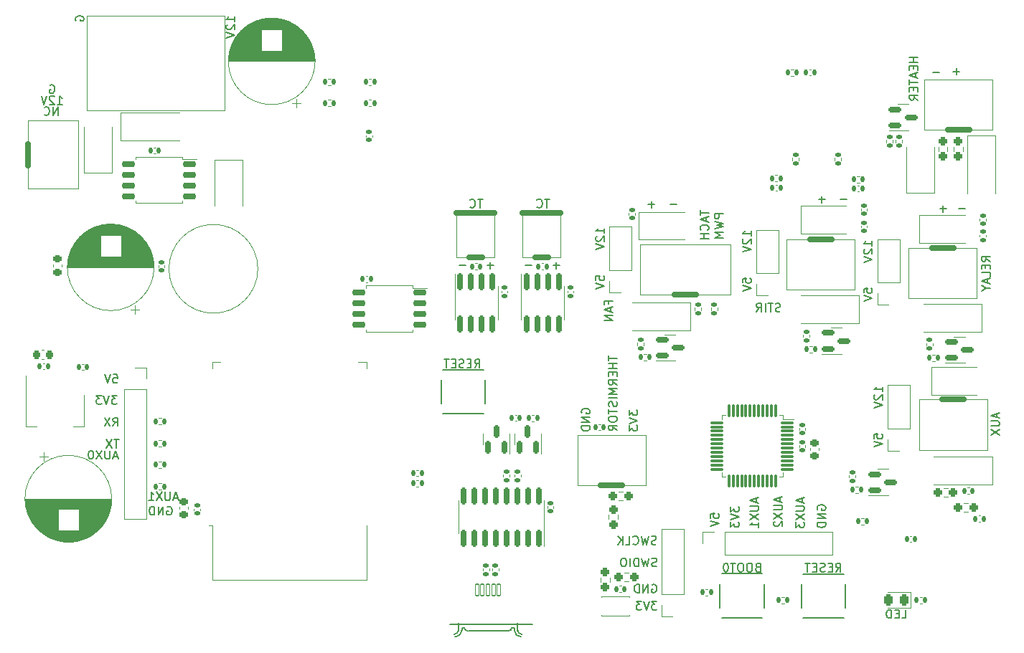
<source format=gbo>
G04 #@! TF.GenerationSoftware,KiCad,Pcbnew,6.0.7-f9a2dced07~116~ubuntu20.04.1*
G04 #@! TF.CreationDate,2022-10-13T22:07:35-06:00*
G04 #@! TF.ProjectId,kelvin-kontroller,6b656c76-696e-42d6-9b6f-6e74726f6c6c,rev?*
G04 #@! TF.SameCoordinates,Original*
G04 #@! TF.FileFunction,Legend,Bot*
G04 #@! TF.FilePolarity,Positive*
%FSLAX46Y46*%
G04 Gerber Fmt 4.6, Leading zero omitted, Abs format (unit mm)*
G04 Created by KiCad (PCBNEW 6.0.7-f9a2dced07~116~ubuntu20.04.1) date 2022-10-13 22:07:35*
%MOMM*%
%LPD*%
G01*
G04 APERTURE LIST*
G04 Aperture macros list*
%AMRoundRect*
0 Rectangle with rounded corners*
0 $1 Rounding radius*
0 $2 $3 $4 $5 $6 $7 $8 $9 X,Y pos of 4 corners*
0 Add a 4 corners polygon primitive as box body*
4,1,4,$2,$3,$4,$5,$6,$7,$8,$9,$2,$3,0*
0 Add four circle primitives for the rounded corners*
1,1,$1+$1,$2,$3*
1,1,$1+$1,$4,$5*
1,1,$1+$1,$6,$7*
1,1,$1+$1,$8,$9*
0 Add four rect primitives between the rounded corners*
20,1,$1+$1,$2,$3,$4,$5,0*
20,1,$1+$1,$4,$5,$6,$7,0*
20,1,$1+$1,$6,$7,$8,$9,0*
20,1,$1+$1,$8,$9,$2,$3,0*%
G04 Aperture macros list end*
%ADD10C,0.150000*%
%ADD11C,0.120000*%
%ADD12C,0.650000*%
%ADD13C,0.127000*%
%ADD14C,1.408000*%
%ADD15C,1.800000*%
%ADD16C,3.200000*%
%ADD17C,1.000000*%
%ADD18C,3.400000*%
%ADD19R,1.700000X1.700000*%
%ADD20O,1.700000X1.700000*%
%ADD21C,2.000000*%
%ADD22O,3.000000X3.500000*%
%ADD23RoundRect,0.150000X-0.150000X0.825000X-0.150000X-0.825000X0.150000X-0.825000X0.150000X0.825000X0*%
%ADD24RoundRect,0.135000X0.135000X0.185000X-0.135000X0.185000X-0.135000X-0.185000X0.135000X-0.185000X0*%
%ADD25RoundRect,0.135000X-0.135000X-0.185000X0.135000X-0.185000X0.135000X0.185000X-0.135000X0.185000X0*%
%ADD26RoundRect,0.135000X-0.185000X0.135000X-0.185000X-0.135000X0.185000X-0.135000X0.185000X0.135000X0*%
%ADD27RoundRect,0.135000X0.185000X-0.135000X0.185000X0.135000X-0.185000X0.135000X-0.185000X-0.135000X0*%
%ADD28R,2.000000X2.000000*%
%ADD29RoundRect,0.140000X-0.170000X0.140000X-0.170000X-0.140000X0.170000X-0.140000X0.170000X0.140000X0*%
%ADD30RoundRect,0.243750X0.243750X0.456250X-0.243750X0.456250X-0.243750X-0.456250X0.243750X-0.456250X0*%
%ADD31RoundRect,0.150000X0.150000X-0.825000X0.150000X0.825000X-0.150000X0.825000X-0.150000X-0.825000X0*%
%ADD32RoundRect,0.140000X-0.140000X-0.170000X0.140000X-0.170000X0.140000X0.170000X-0.140000X0.170000X0*%
%ADD33RoundRect,0.140000X0.170000X-0.140000X0.170000X0.140000X-0.170000X0.140000X-0.170000X-0.140000X0*%
%ADD34RoundRect,0.237500X0.250000X0.237500X-0.250000X0.237500X-0.250000X-0.237500X0.250000X-0.237500X0*%
%ADD35RoundRect,0.237500X-0.237500X0.250000X-0.237500X-0.250000X0.237500X-0.250000X0.237500X0.250000X0*%
%ADD36RoundRect,0.140000X0.140000X0.170000X-0.140000X0.170000X-0.140000X-0.170000X0.140000X-0.170000X0*%
%ADD37R,2.000000X1.500000*%
%ADD38RoundRect,0.225000X-0.250000X0.225000X-0.250000X-0.225000X0.250000X-0.225000X0.250000X0.225000X0*%
%ADD39R,3.500000X1.800000*%
%ADD40R,1.800000X2.500000*%
%ADD41RoundRect,0.237500X-0.250000X-0.237500X0.250000X-0.237500X0.250000X0.237500X-0.250000X0.237500X0*%
%ADD42RoundRect,0.150000X0.150000X-0.587500X0.150000X0.587500X-0.150000X0.587500X-0.150000X-0.587500X0*%
%ADD43R,2.500000X1.800000*%
%ADD44RoundRect,0.075000X0.662500X0.075000X-0.662500X0.075000X-0.662500X-0.075000X0.662500X-0.075000X0*%
%ADD45RoundRect,0.075000X0.075000X0.662500X-0.075000X0.662500X-0.075000X-0.662500X0.075000X-0.662500X0*%
%ADD46RoundRect,0.150000X-0.587500X-0.150000X0.587500X-0.150000X0.587500X0.150000X-0.587500X0.150000X0*%
%ADD47RoundRect,0.150000X0.650000X0.150000X-0.650000X0.150000X-0.650000X-0.150000X0.650000X-0.150000X0*%
%ADD48RoundRect,0.050000X-0.200000X-0.675000X0.200000X-0.675000X0.200000X0.675000X-0.200000X0.675000X0*%
%ADD49R,1.500000X1.550000*%
%ADD50R,2.000000X0.900000*%
%ADD51R,0.900000X2.000000*%
%ADD52R,5.000000X5.000000*%
%ADD53R,1.500000X2.000000*%
%ADD54R,3.800000X2.000000*%
%ADD55RoundRect,0.225000X0.250000X-0.225000X0.250000X0.225000X-0.250000X0.225000X-0.250000X-0.225000X0*%
%ADD56C,1.803400*%
%ADD57RoundRect,0.237500X0.237500X-0.250000X0.237500X0.250000X-0.237500X0.250000X-0.237500X-0.250000X0*%
%ADD58R,1.800000X3.500000*%
%ADD59C,1.600000*%
%ADD60C,2.900000*%
%ADD61RoundRect,0.225000X0.225000X0.250000X-0.225000X0.250000X-0.225000X-0.250000X0.225000X-0.250000X0*%
G04 APERTURE END LIST*
D10*
X204142857Y-171252380D02*
X204619047Y-171252380D01*
X204619047Y-170252380D01*
X203809523Y-170728571D02*
X203476190Y-170728571D01*
X203333333Y-171252380D02*
X203809523Y-171252380D01*
X203809523Y-170252380D01*
X203333333Y-170252380D01*
X202904761Y-171252380D02*
X202904761Y-170252380D01*
X202666666Y-170252380D01*
X202523809Y-170300000D01*
X202428571Y-170395238D01*
X202380952Y-170490476D01*
X202333333Y-170680952D01*
X202333333Y-170823809D01*
X202380952Y-171014285D01*
X202428571Y-171109523D01*
X202523809Y-171204761D01*
X202666666Y-171252380D01*
X202904761Y-171252380D01*
X206052380Y-105000000D02*
X205052380Y-105000000D01*
X205528571Y-105000000D02*
X205528571Y-105571428D01*
X206052380Y-105571428D02*
X205052380Y-105571428D01*
X205528571Y-106047619D02*
X205528571Y-106380952D01*
X206052380Y-106523809D02*
X206052380Y-106047619D01*
X205052380Y-106047619D01*
X205052380Y-106523809D01*
X205766666Y-106904761D02*
X205766666Y-107380952D01*
X206052380Y-106809523D02*
X205052380Y-107142857D01*
X206052380Y-107476190D01*
X205052380Y-107666666D02*
X205052380Y-108238095D01*
X206052380Y-107952380D02*
X205052380Y-107952380D01*
X205528571Y-108571428D02*
X205528571Y-108904761D01*
X206052380Y-109047619D02*
X206052380Y-108571428D01*
X205052380Y-108571428D01*
X205052380Y-109047619D01*
X206052380Y-110047619D02*
X205576190Y-109714285D01*
X206052380Y-109476190D02*
X205052380Y-109476190D01*
X205052380Y-109857142D01*
X205100000Y-109952380D01*
X205147619Y-110000000D01*
X205242857Y-110047619D01*
X205385714Y-110047619D01*
X205480952Y-110000000D01*
X205528571Y-109952380D01*
X205576190Y-109857142D01*
X205576190Y-109476190D01*
X210980952Y-106671428D02*
X210219047Y-106671428D01*
X210600000Y-107052380D02*
X210600000Y-106290476D01*
X208580952Y-106771428D02*
X207819047Y-106771428D01*
X215366666Y-147061904D02*
X215366666Y-147538095D01*
X215652380Y-146966666D02*
X214652380Y-147300000D01*
X215652380Y-147633333D01*
X214652380Y-147966666D02*
X215461904Y-147966666D01*
X215557142Y-148014285D01*
X215604761Y-148061904D01*
X215652380Y-148157142D01*
X215652380Y-148347619D01*
X215604761Y-148442857D01*
X215557142Y-148490476D01*
X215461904Y-148538095D01*
X214652380Y-148538095D01*
X214652380Y-148919047D02*
X215652380Y-149585714D01*
X214652380Y-149585714D02*
X215652380Y-148919047D01*
X214552380Y-129095238D02*
X214076190Y-128761904D01*
X214552380Y-128523809D02*
X213552380Y-128523809D01*
X213552380Y-128904761D01*
X213600000Y-129000000D01*
X213647619Y-129047619D01*
X213742857Y-129095238D01*
X213885714Y-129095238D01*
X213980952Y-129047619D01*
X214028571Y-129000000D01*
X214076190Y-128904761D01*
X214076190Y-128523809D01*
X214028571Y-129523809D02*
X214028571Y-129857142D01*
X214552380Y-130000000D02*
X214552380Y-129523809D01*
X213552380Y-129523809D01*
X213552380Y-130000000D01*
X214552380Y-130904761D02*
X214552380Y-130428571D01*
X213552380Y-130428571D01*
X214266666Y-131190476D02*
X214266666Y-131666666D01*
X214552380Y-131095238D02*
X213552380Y-131428571D01*
X214552380Y-131761904D01*
X214076190Y-132285714D02*
X214552380Y-132285714D01*
X213552380Y-131952380D02*
X214076190Y-132285714D01*
X213552380Y-132619047D01*
X211580952Y-122871428D02*
X210819047Y-122871428D01*
X209380952Y-122871428D02*
X208619047Y-122871428D01*
X209000000Y-123252380D02*
X209000000Y-122490476D01*
X197680952Y-121771428D02*
X196919047Y-121771428D01*
X195080952Y-121771428D02*
X194319047Y-121771428D01*
X194700000Y-122152380D02*
X194700000Y-121390476D01*
X189804761Y-135004761D02*
X189661904Y-135052380D01*
X189423809Y-135052380D01*
X189328571Y-135004761D01*
X189280952Y-134957142D01*
X189233333Y-134861904D01*
X189233333Y-134766666D01*
X189280952Y-134671428D01*
X189328571Y-134623809D01*
X189423809Y-134576190D01*
X189614285Y-134528571D01*
X189709523Y-134480952D01*
X189757142Y-134433333D01*
X189804761Y-134338095D01*
X189804761Y-134242857D01*
X189757142Y-134147619D01*
X189709523Y-134100000D01*
X189614285Y-134052380D01*
X189376190Y-134052380D01*
X189233333Y-134100000D01*
X188947619Y-134052380D02*
X188376190Y-134052380D01*
X188661904Y-135052380D02*
X188661904Y-134052380D01*
X188042857Y-135052380D02*
X188042857Y-134052380D01*
X186995238Y-135052380D02*
X187328571Y-134576190D01*
X187566666Y-135052380D02*
X187566666Y-134052380D01*
X187185714Y-134052380D01*
X187090476Y-134100000D01*
X187042857Y-134147619D01*
X186995238Y-134242857D01*
X186995238Y-134385714D01*
X187042857Y-134480952D01*
X187090476Y-134528571D01*
X187185714Y-134576190D01*
X187566666Y-134576190D01*
X183052380Y-123495238D02*
X182052380Y-123495238D01*
X182052380Y-123876190D01*
X182100000Y-123971428D01*
X182147619Y-124019047D01*
X182242857Y-124066666D01*
X182385714Y-124066666D01*
X182480952Y-124019047D01*
X182528571Y-123971428D01*
X182576190Y-123876190D01*
X182576190Y-123495238D01*
X182052380Y-124400000D02*
X183052380Y-124638095D01*
X182338095Y-124828571D01*
X183052380Y-125019047D01*
X182052380Y-125257142D01*
X183052380Y-125638095D02*
X182052380Y-125638095D01*
X182766666Y-125971428D01*
X182052380Y-126304761D01*
X183052380Y-126304761D01*
X180352380Y-123061904D02*
X180352380Y-123633333D01*
X181352380Y-123347619D02*
X180352380Y-123347619D01*
X181066666Y-123919047D02*
X181066666Y-124395238D01*
X181352380Y-123823809D02*
X180352380Y-124157142D01*
X181352380Y-124490476D01*
X181257142Y-125395238D02*
X181304761Y-125347619D01*
X181352380Y-125204761D01*
X181352380Y-125109523D01*
X181304761Y-124966666D01*
X181209523Y-124871428D01*
X181114285Y-124823809D01*
X180923809Y-124776190D01*
X180780952Y-124776190D01*
X180590476Y-124823809D01*
X180495238Y-124871428D01*
X180400000Y-124966666D01*
X180352380Y-125109523D01*
X180352380Y-125204761D01*
X180400000Y-125347619D01*
X180447619Y-125395238D01*
X181352380Y-125823809D02*
X180352380Y-125823809D01*
X180828571Y-125823809D02*
X180828571Y-126395238D01*
X181352380Y-126395238D02*
X180352380Y-126395238D01*
X177580952Y-122371428D02*
X176819047Y-122371428D01*
X174980952Y-122371428D02*
X174219047Y-122371428D01*
X174600000Y-122752380D02*
X174600000Y-121990476D01*
X169528571Y-134090476D02*
X169528571Y-133757142D01*
X170052380Y-133757142D02*
X169052380Y-133757142D01*
X169052380Y-134233333D01*
X169766666Y-134566666D02*
X169766666Y-135042857D01*
X170052380Y-134471428D02*
X169052380Y-134804761D01*
X170052380Y-135138095D01*
X170052380Y-135471428D02*
X169052380Y-135471428D01*
X170052380Y-136042857D01*
X169052380Y-136042857D01*
X200852380Y-150009523D02*
X200852380Y-149533333D01*
X201328571Y-149485714D01*
X201280952Y-149533333D01*
X201233333Y-149628571D01*
X201233333Y-149866666D01*
X201280952Y-149961904D01*
X201328571Y-150009523D01*
X201423809Y-150057142D01*
X201661904Y-150057142D01*
X201757142Y-150009523D01*
X201804761Y-149961904D01*
X201852380Y-149866666D01*
X201852380Y-149628571D01*
X201804761Y-149533333D01*
X201757142Y-149485714D01*
X200852380Y-150342857D02*
X201852380Y-150676190D01*
X200852380Y-151009523D01*
X201852380Y-144480952D02*
X201852380Y-143909523D01*
X201852380Y-144195238D02*
X200852380Y-144195238D01*
X200995238Y-144100000D01*
X201090476Y-144004761D01*
X201138095Y-143909523D01*
X200947619Y-144861904D02*
X200900000Y-144909523D01*
X200852380Y-145004761D01*
X200852380Y-145242857D01*
X200900000Y-145338095D01*
X200947619Y-145385714D01*
X201042857Y-145433333D01*
X201138095Y-145433333D01*
X201280952Y-145385714D01*
X201852380Y-144814285D01*
X201852380Y-145433333D01*
X200852380Y-145719047D02*
X201852380Y-146052380D01*
X200852380Y-146385714D01*
X199652380Y-132809523D02*
X199652380Y-132333333D01*
X200128571Y-132285714D01*
X200080952Y-132333333D01*
X200033333Y-132428571D01*
X200033333Y-132666666D01*
X200080952Y-132761904D01*
X200128571Y-132809523D01*
X200223809Y-132857142D01*
X200461904Y-132857142D01*
X200557142Y-132809523D01*
X200604761Y-132761904D01*
X200652380Y-132666666D01*
X200652380Y-132428571D01*
X200604761Y-132333333D01*
X200557142Y-132285714D01*
X199652380Y-133142857D02*
X200652380Y-133476190D01*
X199652380Y-133809523D01*
X200652380Y-127280952D02*
X200652380Y-126709523D01*
X200652380Y-126995238D02*
X199652380Y-126995238D01*
X199795238Y-126900000D01*
X199890476Y-126804761D01*
X199938095Y-126709523D01*
X199747619Y-127661904D02*
X199700000Y-127709523D01*
X199652380Y-127804761D01*
X199652380Y-128042857D01*
X199700000Y-128138095D01*
X199747619Y-128185714D01*
X199842857Y-128233333D01*
X199938095Y-128233333D01*
X200080952Y-128185714D01*
X200652380Y-127614285D01*
X200652380Y-128233333D01*
X199652380Y-128519047D02*
X200652380Y-128852380D01*
X199652380Y-129185714D01*
X185352380Y-131609523D02*
X185352380Y-131133333D01*
X185828571Y-131085714D01*
X185780952Y-131133333D01*
X185733333Y-131228571D01*
X185733333Y-131466666D01*
X185780952Y-131561904D01*
X185828571Y-131609523D01*
X185923809Y-131657142D01*
X186161904Y-131657142D01*
X186257142Y-131609523D01*
X186304761Y-131561904D01*
X186352380Y-131466666D01*
X186352380Y-131228571D01*
X186304761Y-131133333D01*
X186257142Y-131085714D01*
X185352380Y-131942857D02*
X186352380Y-132276190D01*
X185352380Y-132609523D01*
X186352380Y-126080952D02*
X186352380Y-125509523D01*
X186352380Y-125795238D02*
X185352380Y-125795238D01*
X185495238Y-125700000D01*
X185590476Y-125604761D01*
X185638095Y-125509523D01*
X185447619Y-126461904D02*
X185400000Y-126509523D01*
X185352380Y-126604761D01*
X185352380Y-126842857D01*
X185400000Y-126938095D01*
X185447619Y-126985714D01*
X185542857Y-127033333D01*
X185638095Y-127033333D01*
X185780952Y-126985714D01*
X186352380Y-126414285D01*
X186352380Y-127033333D01*
X185352380Y-127319047D02*
X186352380Y-127652380D01*
X185352380Y-127985714D01*
X169052380Y-125780952D02*
X169052380Y-125209523D01*
X169052380Y-125495238D02*
X168052380Y-125495238D01*
X168195238Y-125400000D01*
X168290476Y-125304761D01*
X168338095Y-125209523D01*
X168147619Y-126161904D02*
X168100000Y-126209523D01*
X168052380Y-126304761D01*
X168052380Y-126542857D01*
X168100000Y-126638095D01*
X168147619Y-126685714D01*
X168242857Y-126733333D01*
X168338095Y-126733333D01*
X168480952Y-126685714D01*
X169052380Y-126114285D01*
X169052380Y-126733333D01*
X168052380Y-127019047D02*
X169052380Y-127352380D01*
X168052380Y-127685714D01*
X168052380Y-131309523D02*
X168052380Y-130833333D01*
X168528571Y-130785714D01*
X168480952Y-130833333D01*
X168433333Y-130928571D01*
X168433333Y-131166666D01*
X168480952Y-131261904D01*
X168528571Y-131309523D01*
X168623809Y-131357142D01*
X168861904Y-131357142D01*
X168957142Y-131309523D01*
X169004761Y-131261904D01*
X169052380Y-131166666D01*
X169052380Y-130928571D01*
X169004761Y-130833333D01*
X168957142Y-130785714D01*
X168052380Y-131642857D02*
X169052380Y-131976190D01*
X168052380Y-132309523D01*
X152680952Y-129571428D02*
X151919047Y-129571428D01*
X160480952Y-129571428D02*
X159719047Y-129571428D01*
X163780952Y-129571428D02*
X163019047Y-129571428D01*
X163400000Y-129952380D02*
X163400000Y-129190476D01*
X155980952Y-129571428D02*
X155219047Y-129571428D01*
X155600000Y-129952380D02*
X155600000Y-129190476D01*
X162585714Y-121752380D02*
X162014285Y-121752380D01*
X162300000Y-122752380D02*
X162300000Y-121752380D01*
X161109523Y-122657142D02*
X161157142Y-122704761D01*
X161300000Y-122752380D01*
X161395238Y-122752380D01*
X161538095Y-122704761D01*
X161633333Y-122609523D01*
X161680952Y-122514285D01*
X161728571Y-122323809D01*
X161728571Y-122180952D01*
X161680952Y-121990476D01*
X161633333Y-121895238D01*
X161538095Y-121800000D01*
X161395238Y-121752380D01*
X161300000Y-121752380D01*
X161157142Y-121800000D01*
X161109523Y-121847619D01*
X154685714Y-121752380D02*
X154114285Y-121752380D01*
X154400000Y-122752380D02*
X154400000Y-121752380D01*
X153209523Y-122657142D02*
X153257142Y-122704761D01*
X153400000Y-122752380D01*
X153495238Y-122752380D01*
X153638095Y-122704761D01*
X153733333Y-122609523D01*
X153780952Y-122514285D01*
X153828571Y-122323809D01*
X153828571Y-122180952D01*
X153780952Y-121990476D01*
X153733333Y-121895238D01*
X153638095Y-121800000D01*
X153495238Y-121752380D01*
X153400000Y-121752380D01*
X153257142Y-121800000D01*
X153209523Y-121847619D01*
X153752380Y-141652380D02*
X154085714Y-141176190D01*
X154323809Y-141652380D02*
X154323809Y-140652380D01*
X153942857Y-140652380D01*
X153847619Y-140700000D01*
X153800000Y-140747619D01*
X153752380Y-140842857D01*
X153752380Y-140985714D01*
X153800000Y-141080952D01*
X153847619Y-141128571D01*
X153942857Y-141176190D01*
X154323809Y-141176190D01*
X153323809Y-141128571D02*
X152990476Y-141128571D01*
X152847619Y-141652380D02*
X153323809Y-141652380D01*
X153323809Y-140652380D01*
X152847619Y-140652380D01*
X152466666Y-141604761D02*
X152323809Y-141652380D01*
X152085714Y-141652380D01*
X151990476Y-141604761D01*
X151942857Y-141557142D01*
X151895238Y-141461904D01*
X151895238Y-141366666D01*
X151942857Y-141271428D01*
X151990476Y-141223809D01*
X152085714Y-141176190D01*
X152276190Y-141128571D01*
X152371428Y-141080952D01*
X152419047Y-141033333D01*
X152466666Y-140938095D01*
X152466666Y-140842857D01*
X152419047Y-140747619D01*
X152371428Y-140700000D01*
X152276190Y-140652380D01*
X152038095Y-140652380D01*
X151895238Y-140700000D01*
X151466666Y-141128571D02*
X151133333Y-141128571D01*
X150990476Y-141652380D02*
X151466666Y-141652380D01*
X151466666Y-140652380D01*
X150990476Y-140652380D01*
X150704761Y-140652380D02*
X150133333Y-140652380D01*
X150419047Y-141652380D02*
X150419047Y-140652380D01*
X187133333Y-165228571D02*
X186990476Y-165276190D01*
X186942857Y-165323809D01*
X186895238Y-165419047D01*
X186895238Y-165561904D01*
X186942857Y-165657142D01*
X186990476Y-165704761D01*
X187085714Y-165752380D01*
X187466666Y-165752380D01*
X187466666Y-164752380D01*
X187133333Y-164752380D01*
X187038095Y-164800000D01*
X186990476Y-164847619D01*
X186942857Y-164942857D01*
X186942857Y-165038095D01*
X186990476Y-165133333D01*
X187038095Y-165180952D01*
X187133333Y-165228571D01*
X187466666Y-165228571D01*
X186276190Y-164752380D02*
X186085714Y-164752380D01*
X185990476Y-164800000D01*
X185895238Y-164895238D01*
X185847619Y-165085714D01*
X185847619Y-165419047D01*
X185895238Y-165609523D01*
X185990476Y-165704761D01*
X186085714Y-165752380D01*
X186276190Y-165752380D01*
X186371428Y-165704761D01*
X186466666Y-165609523D01*
X186514285Y-165419047D01*
X186514285Y-165085714D01*
X186466666Y-164895238D01*
X186371428Y-164800000D01*
X186276190Y-164752380D01*
X185228571Y-164752380D02*
X185038095Y-164752380D01*
X184942857Y-164800000D01*
X184847619Y-164895238D01*
X184800000Y-165085714D01*
X184800000Y-165419047D01*
X184847619Y-165609523D01*
X184942857Y-165704761D01*
X185038095Y-165752380D01*
X185228571Y-165752380D01*
X185323809Y-165704761D01*
X185419047Y-165609523D01*
X185466666Y-165419047D01*
X185466666Y-165085714D01*
X185419047Y-164895238D01*
X185323809Y-164800000D01*
X185228571Y-164752380D01*
X184514285Y-164752380D02*
X183942857Y-164752380D01*
X184228571Y-165752380D02*
X184228571Y-164752380D01*
X183419047Y-164752380D02*
X183323809Y-164752380D01*
X183228571Y-164800000D01*
X183180952Y-164847619D01*
X183133333Y-164942857D01*
X183085714Y-165133333D01*
X183085714Y-165371428D01*
X183133333Y-165561904D01*
X183180952Y-165657142D01*
X183228571Y-165704761D01*
X183323809Y-165752380D01*
X183419047Y-165752380D01*
X183514285Y-165704761D01*
X183561904Y-165657142D01*
X183609523Y-165561904D01*
X183657142Y-165371428D01*
X183657142Y-165133333D01*
X183609523Y-164942857D01*
X183561904Y-164847619D01*
X183514285Y-164800000D01*
X183419047Y-164752380D01*
X196352380Y-165752380D02*
X196685714Y-165276190D01*
X196923809Y-165752380D02*
X196923809Y-164752380D01*
X196542857Y-164752380D01*
X196447619Y-164800000D01*
X196400000Y-164847619D01*
X196352380Y-164942857D01*
X196352380Y-165085714D01*
X196400000Y-165180952D01*
X196447619Y-165228571D01*
X196542857Y-165276190D01*
X196923809Y-165276190D01*
X195923809Y-165228571D02*
X195590476Y-165228571D01*
X195447619Y-165752380D02*
X195923809Y-165752380D01*
X195923809Y-164752380D01*
X195447619Y-164752380D01*
X195066666Y-165704761D02*
X194923809Y-165752380D01*
X194685714Y-165752380D01*
X194590476Y-165704761D01*
X194542857Y-165657142D01*
X194495238Y-165561904D01*
X194495238Y-165466666D01*
X194542857Y-165371428D01*
X194590476Y-165323809D01*
X194685714Y-165276190D01*
X194876190Y-165228571D01*
X194971428Y-165180952D01*
X195019047Y-165133333D01*
X195066666Y-165038095D01*
X195066666Y-164942857D01*
X195019047Y-164847619D01*
X194971428Y-164800000D01*
X194876190Y-164752380D01*
X194638095Y-164752380D01*
X194495238Y-164800000D01*
X194066666Y-165228571D02*
X193733333Y-165228571D01*
X193590476Y-165752380D02*
X194066666Y-165752380D01*
X194066666Y-164752380D01*
X193590476Y-164752380D01*
X193304761Y-164752380D02*
X192733333Y-164752380D01*
X193019047Y-165752380D02*
X193019047Y-164752380D01*
X194200000Y-158438095D02*
X194152380Y-158342857D01*
X194152380Y-158200000D01*
X194200000Y-158057142D01*
X194295238Y-157961904D01*
X194390476Y-157914285D01*
X194580952Y-157866666D01*
X194723809Y-157866666D01*
X194914285Y-157914285D01*
X195009523Y-157961904D01*
X195104761Y-158057142D01*
X195152380Y-158200000D01*
X195152380Y-158295238D01*
X195104761Y-158438095D01*
X195057142Y-158485714D01*
X194723809Y-158485714D01*
X194723809Y-158295238D01*
X195152380Y-158914285D02*
X194152380Y-158914285D01*
X195152380Y-159485714D01*
X194152380Y-159485714D01*
X195152380Y-159961904D02*
X194152380Y-159961904D01*
X194152380Y-160200000D01*
X194200000Y-160342857D01*
X194295238Y-160438095D01*
X194390476Y-160485714D01*
X194580952Y-160533333D01*
X194723809Y-160533333D01*
X194914285Y-160485714D01*
X195009523Y-160438095D01*
X195104761Y-160342857D01*
X195152380Y-160200000D01*
X195152380Y-159961904D01*
X192366666Y-157085714D02*
X192366666Y-157561904D01*
X192652380Y-156990476D02*
X191652380Y-157323809D01*
X192652380Y-157657142D01*
X191652380Y-157990476D02*
X192461904Y-157990476D01*
X192557142Y-158038095D01*
X192604761Y-158085714D01*
X192652380Y-158180952D01*
X192652380Y-158371428D01*
X192604761Y-158466666D01*
X192557142Y-158514285D01*
X192461904Y-158561904D01*
X191652380Y-158561904D01*
X191652380Y-158942857D02*
X192652380Y-159609523D01*
X191652380Y-159609523D02*
X192652380Y-158942857D01*
X191652380Y-159895238D02*
X191652380Y-160514285D01*
X192033333Y-160180952D01*
X192033333Y-160323809D01*
X192080952Y-160419047D01*
X192128571Y-160466666D01*
X192223809Y-160514285D01*
X192461904Y-160514285D01*
X192557142Y-160466666D01*
X192604761Y-160419047D01*
X192652380Y-160323809D01*
X192652380Y-160038095D01*
X192604761Y-159942857D01*
X192557142Y-159895238D01*
X189766666Y-156985714D02*
X189766666Y-157461904D01*
X190052380Y-156890476D02*
X189052380Y-157223809D01*
X190052380Y-157557142D01*
X189052380Y-157890476D02*
X189861904Y-157890476D01*
X189957142Y-157938095D01*
X190004761Y-157985714D01*
X190052380Y-158080952D01*
X190052380Y-158271428D01*
X190004761Y-158366666D01*
X189957142Y-158414285D01*
X189861904Y-158461904D01*
X189052380Y-158461904D01*
X189052380Y-158842857D02*
X190052380Y-159509523D01*
X189052380Y-159509523D02*
X190052380Y-158842857D01*
X189147619Y-159842857D02*
X189100000Y-159890476D01*
X189052380Y-159985714D01*
X189052380Y-160223809D01*
X189100000Y-160319047D01*
X189147619Y-160366666D01*
X189242857Y-160414285D01*
X189338095Y-160414285D01*
X189480952Y-160366666D01*
X190052380Y-159795238D01*
X190052380Y-160414285D01*
X186966666Y-157085714D02*
X186966666Y-157561904D01*
X187252380Y-156990476D02*
X186252380Y-157323809D01*
X187252380Y-157657142D01*
X186252380Y-157990476D02*
X187061904Y-157990476D01*
X187157142Y-158038095D01*
X187204761Y-158085714D01*
X187252380Y-158180952D01*
X187252380Y-158371428D01*
X187204761Y-158466666D01*
X187157142Y-158514285D01*
X187061904Y-158561904D01*
X186252380Y-158561904D01*
X186252380Y-158942857D02*
X187252380Y-159609523D01*
X186252380Y-159609523D02*
X187252380Y-158942857D01*
X187252380Y-160514285D02*
X187252380Y-159942857D01*
X187252380Y-160228571D02*
X186252380Y-160228571D01*
X186395238Y-160133333D01*
X186490476Y-160038095D01*
X186538095Y-159942857D01*
X181552380Y-159409523D02*
X181552380Y-158933333D01*
X182028571Y-158885714D01*
X181980952Y-158933333D01*
X181933333Y-159028571D01*
X181933333Y-159266666D01*
X181980952Y-159361904D01*
X182028571Y-159409523D01*
X182123809Y-159457142D01*
X182361904Y-159457142D01*
X182457142Y-159409523D01*
X182504761Y-159361904D01*
X182552380Y-159266666D01*
X182552380Y-159028571D01*
X182504761Y-158933333D01*
X182457142Y-158885714D01*
X181552380Y-159742857D02*
X182552380Y-160076190D01*
X181552380Y-160409523D01*
X183952380Y-158061904D02*
X183952380Y-158680952D01*
X184333333Y-158347619D01*
X184333333Y-158490476D01*
X184380952Y-158585714D01*
X184428571Y-158633333D01*
X184523809Y-158680952D01*
X184761904Y-158680952D01*
X184857142Y-158633333D01*
X184904761Y-158585714D01*
X184952380Y-158490476D01*
X184952380Y-158204761D01*
X184904761Y-158109523D01*
X184857142Y-158061904D01*
X183952380Y-158966666D02*
X184952380Y-159300000D01*
X183952380Y-159633333D01*
X183952380Y-159871428D02*
X183952380Y-160490476D01*
X184333333Y-160157142D01*
X184333333Y-160300000D01*
X184380952Y-160395238D01*
X184428571Y-160442857D01*
X184523809Y-160490476D01*
X184761904Y-160490476D01*
X184857142Y-160442857D01*
X184904761Y-160395238D01*
X184952380Y-160300000D01*
X184952380Y-160014285D01*
X184904761Y-159919047D01*
X184857142Y-159871428D01*
X175238095Y-169252380D02*
X174619047Y-169252380D01*
X174952380Y-169633333D01*
X174809523Y-169633333D01*
X174714285Y-169680952D01*
X174666666Y-169728571D01*
X174619047Y-169823809D01*
X174619047Y-170061904D01*
X174666666Y-170157142D01*
X174714285Y-170204761D01*
X174809523Y-170252380D01*
X175095238Y-170252380D01*
X175190476Y-170204761D01*
X175238095Y-170157142D01*
X174333333Y-169252380D02*
X174000000Y-170252380D01*
X173666666Y-169252380D01*
X173428571Y-169252380D02*
X172809523Y-169252380D01*
X173142857Y-169633333D01*
X173000000Y-169633333D01*
X172904761Y-169680952D01*
X172857142Y-169728571D01*
X172809523Y-169823809D01*
X172809523Y-170061904D01*
X172857142Y-170157142D01*
X172904761Y-170204761D01*
X173000000Y-170252380D01*
X173285714Y-170252380D01*
X173380952Y-170204761D01*
X173428571Y-170157142D01*
X174661904Y-167300000D02*
X174757142Y-167252380D01*
X174900000Y-167252380D01*
X175042857Y-167300000D01*
X175138095Y-167395238D01*
X175185714Y-167490476D01*
X175233333Y-167680952D01*
X175233333Y-167823809D01*
X175185714Y-168014285D01*
X175138095Y-168109523D01*
X175042857Y-168204761D01*
X174900000Y-168252380D01*
X174804761Y-168252380D01*
X174661904Y-168204761D01*
X174614285Y-168157142D01*
X174614285Y-167823809D01*
X174804761Y-167823809D01*
X174185714Y-168252380D02*
X174185714Y-167252380D01*
X173614285Y-168252380D01*
X173614285Y-167252380D01*
X173138095Y-168252380D02*
X173138095Y-167252380D01*
X172900000Y-167252380D01*
X172757142Y-167300000D01*
X172661904Y-167395238D01*
X172614285Y-167490476D01*
X172566666Y-167680952D01*
X172566666Y-167823809D01*
X172614285Y-168014285D01*
X172661904Y-168109523D01*
X172757142Y-168204761D01*
X172900000Y-168252380D01*
X173138095Y-168252380D01*
X175219047Y-165104761D02*
X175076190Y-165152380D01*
X174838095Y-165152380D01*
X174742857Y-165104761D01*
X174695238Y-165057142D01*
X174647619Y-164961904D01*
X174647619Y-164866666D01*
X174695238Y-164771428D01*
X174742857Y-164723809D01*
X174838095Y-164676190D01*
X175028571Y-164628571D01*
X175123809Y-164580952D01*
X175171428Y-164533333D01*
X175219047Y-164438095D01*
X175219047Y-164342857D01*
X175171428Y-164247619D01*
X175123809Y-164200000D01*
X175028571Y-164152380D01*
X174790476Y-164152380D01*
X174647619Y-164200000D01*
X174314285Y-164152380D02*
X174076190Y-165152380D01*
X173885714Y-164438095D01*
X173695238Y-165152380D01*
X173457142Y-164152380D01*
X173076190Y-165152380D02*
X173076190Y-164152380D01*
X172838095Y-164152380D01*
X172695238Y-164200000D01*
X172600000Y-164295238D01*
X172552380Y-164390476D01*
X172504761Y-164580952D01*
X172504761Y-164723809D01*
X172552380Y-164914285D01*
X172600000Y-165009523D01*
X172695238Y-165104761D01*
X172838095Y-165152380D01*
X173076190Y-165152380D01*
X172076190Y-165152380D02*
X172076190Y-164152380D01*
X171409523Y-164152380D02*
X171219047Y-164152380D01*
X171123809Y-164200000D01*
X171028571Y-164295238D01*
X170980952Y-164485714D01*
X170980952Y-164819047D01*
X171028571Y-165009523D01*
X171123809Y-165104761D01*
X171219047Y-165152380D01*
X171409523Y-165152380D01*
X171504761Y-165104761D01*
X171600000Y-165009523D01*
X171647619Y-164819047D01*
X171647619Y-164485714D01*
X171600000Y-164295238D01*
X171504761Y-164200000D01*
X171409523Y-164152380D01*
X175161904Y-162504761D02*
X175019047Y-162552380D01*
X174780952Y-162552380D01*
X174685714Y-162504761D01*
X174638095Y-162457142D01*
X174590476Y-162361904D01*
X174590476Y-162266666D01*
X174638095Y-162171428D01*
X174685714Y-162123809D01*
X174780952Y-162076190D01*
X174971428Y-162028571D01*
X175066666Y-161980952D01*
X175114285Y-161933333D01*
X175161904Y-161838095D01*
X175161904Y-161742857D01*
X175114285Y-161647619D01*
X175066666Y-161600000D01*
X174971428Y-161552380D01*
X174733333Y-161552380D01*
X174590476Y-161600000D01*
X174257142Y-161552380D02*
X174019047Y-162552380D01*
X173828571Y-161838095D01*
X173638095Y-162552380D01*
X173400000Y-161552380D01*
X172447619Y-162457142D02*
X172495238Y-162504761D01*
X172638095Y-162552380D01*
X172733333Y-162552380D01*
X172876190Y-162504761D01*
X172971428Y-162409523D01*
X173019047Y-162314285D01*
X173066666Y-162123809D01*
X173066666Y-161980952D01*
X173019047Y-161790476D01*
X172971428Y-161695238D01*
X172876190Y-161600000D01*
X172733333Y-161552380D01*
X172638095Y-161552380D01*
X172495238Y-161600000D01*
X172447619Y-161647619D01*
X171542857Y-162552380D02*
X172019047Y-162552380D01*
X172019047Y-161552380D01*
X171209523Y-162552380D02*
X171209523Y-161552380D01*
X170638095Y-162552380D02*
X171066666Y-161980952D01*
X170638095Y-161552380D02*
X171209523Y-162123809D01*
X169552380Y-140247619D02*
X169552380Y-140819047D01*
X170552380Y-140533333D02*
X169552380Y-140533333D01*
X170552380Y-141152380D02*
X169552380Y-141152380D01*
X170028571Y-141152380D02*
X170028571Y-141723809D01*
X170552380Y-141723809D02*
X169552380Y-141723809D01*
X170028571Y-142200000D02*
X170028571Y-142533333D01*
X170552380Y-142676190D02*
X170552380Y-142200000D01*
X169552380Y-142200000D01*
X169552380Y-142676190D01*
X170552380Y-143676190D02*
X170076190Y-143342857D01*
X170552380Y-143104761D02*
X169552380Y-143104761D01*
X169552380Y-143485714D01*
X169600000Y-143580952D01*
X169647619Y-143628571D01*
X169742857Y-143676190D01*
X169885714Y-143676190D01*
X169980952Y-143628571D01*
X170028571Y-143580952D01*
X170076190Y-143485714D01*
X170076190Y-143104761D01*
X170552380Y-144104761D02*
X169552380Y-144104761D01*
X170266666Y-144438095D01*
X169552380Y-144771428D01*
X170552380Y-144771428D01*
X170552380Y-145247619D02*
X169552380Y-145247619D01*
X170504761Y-145676190D02*
X170552380Y-145819047D01*
X170552380Y-146057142D01*
X170504761Y-146152380D01*
X170457142Y-146200000D01*
X170361904Y-146247619D01*
X170266666Y-146247619D01*
X170171428Y-146200000D01*
X170123809Y-146152380D01*
X170076190Y-146057142D01*
X170028571Y-145866666D01*
X169980952Y-145771428D01*
X169933333Y-145723809D01*
X169838095Y-145676190D01*
X169742857Y-145676190D01*
X169647619Y-145723809D01*
X169600000Y-145771428D01*
X169552380Y-145866666D01*
X169552380Y-146104761D01*
X169600000Y-146247619D01*
X169552380Y-146533333D02*
X169552380Y-147104761D01*
X170552380Y-146819047D02*
X169552380Y-146819047D01*
X169552380Y-147628571D02*
X169552380Y-147819047D01*
X169600000Y-147914285D01*
X169695238Y-148009523D01*
X169885714Y-148057142D01*
X170219047Y-148057142D01*
X170409523Y-148009523D01*
X170504761Y-147914285D01*
X170552380Y-147819047D01*
X170552380Y-147628571D01*
X170504761Y-147533333D01*
X170409523Y-147438095D01*
X170219047Y-147390476D01*
X169885714Y-147390476D01*
X169695238Y-147438095D01*
X169600000Y-147533333D01*
X169552380Y-147628571D01*
X170552380Y-149057142D02*
X170076190Y-148723809D01*
X170552380Y-148485714D02*
X169552380Y-148485714D01*
X169552380Y-148866666D01*
X169600000Y-148961904D01*
X169647619Y-149009523D01*
X169742857Y-149057142D01*
X169885714Y-149057142D01*
X169980952Y-149009523D01*
X170028571Y-148961904D01*
X170076190Y-148866666D01*
X170076190Y-148485714D01*
X171952380Y-146661904D02*
X171952380Y-147280952D01*
X172333333Y-146947619D01*
X172333333Y-147090476D01*
X172380952Y-147185714D01*
X172428571Y-147233333D01*
X172523809Y-147280952D01*
X172761904Y-147280952D01*
X172857142Y-147233333D01*
X172904761Y-147185714D01*
X172952380Y-147090476D01*
X172952380Y-146804761D01*
X172904761Y-146709523D01*
X172857142Y-146661904D01*
X171952380Y-147566666D02*
X172952380Y-147900000D01*
X171952380Y-148233333D01*
X171952380Y-148471428D02*
X171952380Y-149090476D01*
X172333333Y-148757142D01*
X172333333Y-148900000D01*
X172380952Y-148995238D01*
X172428571Y-149042857D01*
X172523809Y-149090476D01*
X172761904Y-149090476D01*
X172857142Y-149042857D01*
X172904761Y-148995238D01*
X172952380Y-148900000D01*
X172952380Y-148614285D01*
X172904761Y-148519047D01*
X172857142Y-148471428D01*
X166400000Y-147038095D02*
X166352380Y-146942857D01*
X166352380Y-146800000D01*
X166400000Y-146657142D01*
X166495238Y-146561904D01*
X166590476Y-146514285D01*
X166780952Y-146466666D01*
X166923809Y-146466666D01*
X167114285Y-146514285D01*
X167209523Y-146561904D01*
X167304761Y-146657142D01*
X167352380Y-146800000D01*
X167352380Y-146895238D01*
X167304761Y-147038095D01*
X167257142Y-147085714D01*
X166923809Y-147085714D01*
X166923809Y-146895238D01*
X167352380Y-147514285D02*
X166352380Y-147514285D01*
X167352380Y-148085714D01*
X166352380Y-148085714D01*
X167352380Y-148561904D02*
X166352380Y-148561904D01*
X166352380Y-148800000D01*
X166400000Y-148942857D01*
X166495238Y-149038095D01*
X166590476Y-149085714D01*
X166780952Y-149133333D01*
X166923809Y-149133333D01*
X167114285Y-149085714D01*
X167209523Y-149038095D01*
X167304761Y-148942857D01*
X167352380Y-148800000D01*
X167352380Y-148561904D01*
X117461904Y-158100000D02*
X117557142Y-158052380D01*
X117700000Y-158052380D01*
X117842857Y-158100000D01*
X117938095Y-158195238D01*
X117985714Y-158290476D01*
X118033333Y-158480952D01*
X118033333Y-158623809D01*
X117985714Y-158814285D01*
X117938095Y-158909523D01*
X117842857Y-159004761D01*
X117700000Y-159052380D01*
X117604761Y-159052380D01*
X117461904Y-159004761D01*
X117414285Y-158957142D01*
X117414285Y-158623809D01*
X117604761Y-158623809D01*
X116985714Y-159052380D02*
X116985714Y-158052380D01*
X116414285Y-159052380D01*
X116414285Y-158052380D01*
X115938095Y-159052380D02*
X115938095Y-158052380D01*
X115700000Y-158052380D01*
X115557142Y-158100000D01*
X115461904Y-158195238D01*
X115414285Y-158290476D01*
X115366666Y-158480952D01*
X115366666Y-158623809D01*
X115414285Y-158814285D01*
X115461904Y-158909523D01*
X115557142Y-159004761D01*
X115700000Y-159052380D01*
X115938095Y-159052380D01*
X118714285Y-157066666D02*
X118238095Y-157066666D01*
X118809523Y-157352380D02*
X118476190Y-156352380D01*
X118142857Y-157352380D01*
X117809523Y-156352380D02*
X117809523Y-157161904D01*
X117761904Y-157257142D01*
X117714285Y-157304761D01*
X117619047Y-157352380D01*
X117428571Y-157352380D01*
X117333333Y-157304761D01*
X117285714Y-157257142D01*
X117238095Y-157161904D01*
X117238095Y-156352380D01*
X116857142Y-156352380D02*
X116190476Y-157352380D01*
X116190476Y-156352380D02*
X116857142Y-157352380D01*
X115285714Y-157352380D02*
X115857142Y-157352380D01*
X115571428Y-157352380D02*
X115571428Y-156352380D01*
X115666666Y-156495238D01*
X115761904Y-156590476D01*
X115857142Y-156638095D01*
X111614285Y-152166666D02*
X111138095Y-152166666D01*
X111709523Y-152452380D02*
X111376190Y-151452380D01*
X111042857Y-152452380D01*
X110709523Y-151452380D02*
X110709523Y-152261904D01*
X110661904Y-152357142D01*
X110614285Y-152404761D01*
X110519047Y-152452380D01*
X110328571Y-152452380D01*
X110233333Y-152404761D01*
X110185714Y-152357142D01*
X110138095Y-152261904D01*
X110138095Y-151452380D01*
X109757142Y-151452380D02*
X109090476Y-152452380D01*
X109090476Y-151452380D02*
X109757142Y-152452380D01*
X108519047Y-151452380D02*
X108423809Y-151452380D01*
X108328571Y-151500000D01*
X108280952Y-151547619D01*
X108233333Y-151642857D01*
X108185714Y-151833333D01*
X108185714Y-152071428D01*
X108233333Y-152261904D01*
X108280952Y-152357142D01*
X108328571Y-152404761D01*
X108423809Y-152452380D01*
X108519047Y-152452380D01*
X108614285Y-152404761D01*
X108661904Y-152357142D01*
X108709523Y-152261904D01*
X108757142Y-152071428D01*
X108757142Y-151833333D01*
X108709523Y-151642857D01*
X108661904Y-151547619D01*
X108614285Y-151500000D01*
X108519047Y-151452380D01*
X111761904Y-150152380D02*
X111190476Y-150152380D01*
X111476190Y-151152380D02*
X111476190Y-150152380D01*
X110952380Y-150152380D02*
X110285714Y-151152380D01*
X110285714Y-150152380D02*
X110952380Y-151152380D01*
X111066666Y-148552380D02*
X111400000Y-148076190D01*
X111638095Y-148552380D02*
X111638095Y-147552380D01*
X111257142Y-147552380D01*
X111161904Y-147600000D01*
X111114285Y-147647619D01*
X111066666Y-147742857D01*
X111066666Y-147885714D01*
X111114285Y-147980952D01*
X111161904Y-148028571D01*
X111257142Y-148076190D01*
X111638095Y-148076190D01*
X110733333Y-147552380D02*
X110066666Y-148552380D01*
X110066666Y-147552380D02*
X110733333Y-148552380D01*
X111538095Y-144952380D02*
X110919047Y-144952380D01*
X111252380Y-145333333D01*
X111109523Y-145333333D01*
X111014285Y-145380952D01*
X110966666Y-145428571D01*
X110919047Y-145523809D01*
X110919047Y-145761904D01*
X110966666Y-145857142D01*
X111014285Y-145904761D01*
X111109523Y-145952380D01*
X111395238Y-145952380D01*
X111490476Y-145904761D01*
X111538095Y-145857142D01*
X110633333Y-144952380D02*
X110300000Y-145952380D01*
X109966666Y-144952380D01*
X109728571Y-144952380D02*
X109109523Y-144952380D01*
X109442857Y-145333333D01*
X109300000Y-145333333D01*
X109204761Y-145380952D01*
X109157142Y-145428571D01*
X109109523Y-145523809D01*
X109109523Y-145761904D01*
X109157142Y-145857142D01*
X109204761Y-145904761D01*
X109300000Y-145952380D01*
X109585714Y-145952380D01*
X109680952Y-145904761D01*
X109728571Y-145857142D01*
X111090476Y-142452380D02*
X111566666Y-142452380D01*
X111614285Y-142928571D01*
X111566666Y-142880952D01*
X111471428Y-142833333D01*
X111233333Y-142833333D01*
X111138095Y-142880952D01*
X111090476Y-142928571D01*
X111042857Y-143023809D01*
X111042857Y-143261904D01*
X111090476Y-143357142D01*
X111138095Y-143404761D01*
X111233333Y-143452380D01*
X111471428Y-143452380D01*
X111566666Y-143404761D01*
X111614285Y-143357142D01*
X110757142Y-142452380D02*
X110423809Y-143452380D01*
X110090476Y-142452380D01*
X104585714Y-111852380D02*
X104585714Y-110852380D01*
X104014285Y-111852380D01*
X104014285Y-110852380D01*
X102966666Y-111757142D02*
X103014285Y-111804761D01*
X103157142Y-111852380D01*
X103252380Y-111852380D01*
X103395238Y-111804761D01*
X103490476Y-111709523D01*
X103538095Y-111614285D01*
X103585714Y-111423809D01*
X103585714Y-111280952D01*
X103538095Y-111090476D01*
X103490476Y-110995238D01*
X103395238Y-110900000D01*
X103252380Y-110852380D01*
X103157142Y-110852380D01*
X103014285Y-110900000D01*
X102966666Y-110947619D01*
X104519047Y-110552380D02*
X105090476Y-110552380D01*
X104804761Y-110552380D02*
X104804761Y-109552380D01*
X104900000Y-109695238D01*
X104995238Y-109790476D01*
X105090476Y-109838095D01*
X104138095Y-109647619D02*
X104090476Y-109600000D01*
X103995238Y-109552380D01*
X103757142Y-109552380D01*
X103661904Y-109600000D01*
X103614285Y-109647619D01*
X103566666Y-109742857D01*
X103566666Y-109838095D01*
X103614285Y-109980952D01*
X104185714Y-110552380D01*
X103566666Y-110552380D01*
X103280952Y-109552380D02*
X102947619Y-110552380D01*
X102614285Y-109552380D01*
X103638095Y-108300000D02*
X103733333Y-108252380D01*
X103876190Y-108252380D01*
X104019047Y-108300000D01*
X104114285Y-108395238D01*
X104161904Y-108490476D01*
X104209523Y-108680952D01*
X104209523Y-108823809D01*
X104161904Y-109014285D01*
X104114285Y-109109523D01*
X104019047Y-109204761D01*
X103876190Y-109252380D01*
X103780952Y-109252380D01*
X103638095Y-109204761D01*
X103590476Y-109157142D01*
X103590476Y-108823809D01*
X103780952Y-108823809D01*
X125452380Y-100780952D02*
X125452380Y-100209523D01*
X125452380Y-100495238D02*
X124452380Y-100495238D01*
X124595238Y-100400000D01*
X124690476Y-100304761D01*
X124738095Y-100209523D01*
X124547619Y-101161904D02*
X124500000Y-101209523D01*
X124452380Y-101304761D01*
X124452380Y-101542857D01*
X124500000Y-101638095D01*
X124547619Y-101685714D01*
X124642857Y-101733333D01*
X124738095Y-101733333D01*
X124880952Y-101685714D01*
X125452380Y-101114285D01*
X125452380Y-101733333D01*
X124452380Y-102019047D02*
X125452380Y-102352380D01*
X124452380Y-102685714D01*
X106700000Y-100661904D02*
X106652380Y-100566666D01*
X106652380Y-100423809D01*
X106700000Y-100280952D01*
X106795238Y-100185714D01*
X106890476Y-100138095D01*
X107080952Y-100090476D01*
X107223809Y-100090476D01*
X107414285Y-100138095D01*
X107509523Y-100185714D01*
X107604761Y-100280952D01*
X107652380Y-100423809D01*
X107652380Y-100519047D01*
X107604761Y-100661904D01*
X107557142Y-100709523D01*
X107223809Y-100709523D01*
X107223809Y-100519047D01*
D11*
G04 #@! TO.C,U3*
X164317142Y-134000000D02*
X164317142Y-135950000D01*
X159197142Y-134000000D02*
X159197142Y-135950000D01*
X159197142Y-134000000D02*
X159197142Y-130550000D01*
X164317142Y-134000000D02*
X164317142Y-132050000D01*
D12*
G04 #@! TO.C,J8*
X207690000Y-127520000D02*
X210230000Y-127520000D01*
D11*
X213000000Y-133460000D02*
X204950000Y-133460000D01*
X204950000Y-133460000D02*
X204950000Y-127520000D01*
X204950000Y-127520000D02*
X213000000Y-127520000D01*
X213000000Y-127520000D02*
X213000000Y-133460000D01*
G04 #@! TO.C,R38*
X116753641Y-156080000D02*
X116446359Y-156080000D01*
X116753641Y-155320000D02*
X116446359Y-155320000D01*
G04 #@! TO.C,R15*
X193246359Y-139120000D02*
X193553641Y-139120000D01*
X193246359Y-139880000D02*
X193553641Y-139880000D01*
D12*
G04 #@! TO.C,J6*
X171185000Y-155570000D02*
X168645000Y-155570000D01*
D11*
X165875000Y-149630000D02*
X173925000Y-149630000D01*
X173925000Y-149630000D02*
X173925000Y-155570000D01*
X173925000Y-155570000D02*
X165875000Y-155570000D01*
X165875000Y-155570000D02*
X165875000Y-149630000D01*
G04 #@! TO.C,R30*
X160456359Y-147990000D02*
X160763641Y-147990000D01*
X160456359Y-147230000D02*
X160763641Y-147230000D01*
G04 #@! TO.C,R10*
X173725636Y-138736359D02*
X173725636Y-139043641D01*
X172965636Y-138736359D02*
X172965636Y-139043641D01*
G04 #@! TO.C,R33*
X191240000Y-117153641D02*
X191240000Y-116846359D01*
X192000000Y-117153641D02*
X192000000Y-116846359D01*
G04 #@! TO.C,R24*
X136446359Y-110020000D02*
X136753641Y-110020000D01*
X136446359Y-110780000D02*
X136753641Y-110780000D01*
G04 #@! TO.C,C21*
X109559000Y-127359000D02*
X106338000Y-127359000D01*
X113379000Y-125399000D02*
X108221000Y-125399000D01*
X115240000Y-127319000D02*
X112041000Y-127319000D01*
X115123000Y-127119000D02*
X112041000Y-127119000D01*
X115870000Y-129480000D02*
X105730000Y-129480000D01*
X115217000Y-127279000D02*
X112041000Y-127279000D01*
X109559000Y-126519000D02*
X106908000Y-126519000D01*
X115862000Y-129360000D02*
X105738000Y-129360000D01*
X115597000Y-128119000D02*
X112041000Y-128119000D01*
X114994000Y-126919000D02*
X112041000Y-126919000D01*
X109559000Y-126959000D02*
X106579000Y-126959000D01*
X115797000Y-128879000D02*
X105803000Y-128879000D01*
X114966000Y-126879000D02*
X112041000Y-126879000D01*
X113089000Y-125239000D02*
X108511000Y-125239000D01*
X109559000Y-128279000D02*
X105950000Y-128279000D01*
X115674000Y-128359000D02*
X112041000Y-128359000D01*
X114516000Y-126319000D02*
X112041000Y-126319000D01*
X113800000Y-125679000D02*
X107800000Y-125679000D01*
X111399000Y-124719000D02*
X110201000Y-124719000D01*
X115345000Y-127519000D02*
X112041000Y-127519000D01*
X109559000Y-128119000D02*
X106003000Y-128119000D01*
X115840000Y-129160000D02*
X105760000Y-129160000D01*
X109559000Y-127559000D02*
X106236000Y-127559000D01*
X109559000Y-126479000D02*
X106942000Y-126479000D01*
X115583000Y-128079000D02*
X112041000Y-128079000D01*
X115738000Y-128599000D02*
X105862000Y-128599000D01*
X115637000Y-128239000D02*
X112041000Y-128239000D01*
X115554000Y-127999000D02*
X112041000Y-127999000D01*
X115047000Y-126999000D02*
X112041000Y-126999000D01*
X115457000Y-127759000D02*
X112041000Y-127759000D01*
X109559000Y-126279000D02*
X107121000Y-126279000D01*
X115098000Y-127079000D02*
X112041000Y-127079000D01*
X109559000Y-128479000D02*
X105893000Y-128479000D01*
X115364000Y-127559000D02*
X112041000Y-127559000D01*
X115850000Y-129240000D02*
X105750000Y-129240000D01*
X115835000Y-129120000D02*
X105765000Y-129120000D01*
X109559000Y-126719000D02*
X106750000Y-126719000D01*
X109559000Y-126799000D02*
X106690000Y-126799000D01*
X109559000Y-127039000D02*
X106527000Y-127039000D01*
X109559000Y-127999000D02*
X106046000Y-127999000D01*
X109559000Y-127599000D02*
X106216000Y-127599000D01*
X115765000Y-128719000D02*
X105835000Y-128719000D01*
X109559000Y-127479000D02*
X106275000Y-127479000D01*
X115858000Y-129320000D02*
X105742000Y-129320000D01*
X109559000Y-127959000D02*
X106062000Y-127959000D01*
X115283000Y-127399000D02*
X112041000Y-127399000D01*
X109559000Y-127519000D02*
X106255000Y-127519000D01*
X115880000Y-129760000D02*
X105720000Y-129760000D01*
X109559000Y-128079000D02*
X106017000Y-128079000D01*
X115490000Y-127839000D02*
X112041000Y-127839000D01*
X115875000Y-129560000D02*
X105725000Y-129560000D01*
X113906000Y-125759000D02*
X107694000Y-125759000D01*
X115171000Y-127199000D02*
X112041000Y-127199000D01*
X114175000Y-134779646D02*
X113175000Y-134779646D01*
X109559000Y-126439000D02*
X106976000Y-126439000D01*
X115650000Y-128279000D02*
X112041000Y-128279000D01*
X115147000Y-127159000D02*
X112041000Y-127159000D01*
X109559000Y-127759000D02*
X106143000Y-127759000D01*
X109559000Y-126319000D02*
X107084000Y-126319000D01*
X115845000Y-129200000D02*
X105755000Y-129200000D01*
X112744000Y-125079000D02*
X108856000Y-125079000D01*
X111862000Y-124799000D02*
X109738000Y-124799000D01*
X109559000Y-127399000D02*
X106317000Y-127399000D01*
X114850000Y-126719000D02*
X112041000Y-126719000D01*
X109559000Y-126119000D02*
X107280000Y-126119000D01*
X109559000Y-126239000D02*
X107160000Y-126239000D01*
X109559000Y-126839000D02*
X106662000Y-126839000D01*
X114192000Y-125999000D02*
X107408000Y-125999000D01*
X113445000Y-125439000D02*
X108155000Y-125439000D01*
X114820000Y-126679000D02*
X112041000Y-126679000D01*
X114278000Y-126079000D02*
X112041000Y-126079000D01*
X109559000Y-127199000D02*
X106429000Y-127199000D01*
X109559000Y-127919000D02*
X106077000Y-127919000D01*
X109559000Y-126559000D02*
X106875000Y-126559000D01*
X114479000Y-126279000D02*
X112041000Y-126279000D01*
X109559000Y-127119000D02*
X106477000Y-127119000D01*
X109559000Y-126359000D02*
X107047000Y-126359000D01*
X115421000Y-127679000D02*
X112041000Y-127679000D01*
X109559000Y-128519000D02*
X105882000Y-128519000D01*
X109559000Y-126159000D02*
X107239000Y-126159000D01*
X109559000Y-128399000D02*
X105915000Y-128399000D01*
X109559000Y-127319000D02*
X106360000Y-127319000D01*
X115195000Y-127239000D02*
X112041000Y-127239000D01*
X115879000Y-129680000D02*
X105721000Y-129680000D01*
X109559000Y-127879000D02*
X106093000Y-127879000D01*
X113745000Y-125639000D02*
X107855000Y-125639000D01*
X115384000Y-127599000D02*
X112041000Y-127599000D01*
X112542000Y-124999000D02*
X109058000Y-124999000D01*
X109559000Y-127839000D02*
X106110000Y-127839000D01*
X115718000Y-128519000D02*
X112041000Y-128519000D01*
X109559000Y-127439000D02*
X106296000Y-127439000D01*
X114553000Y-126359000D02*
X112041000Y-126359000D01*
X115304000Y-127439000D02*
X112041000Y-127439000D01*
X115747000Y-128639000D02*
X105853000Y-128639000D01*
X115262000Y-127359000D02*
X112041000Y-127359000D01*
X114938000Y-126839000D02*
X112041000Y-126839000D01*
X114589000Y-126399000D02*
X112041000Y-126399000D01*
X115804000Y-128919000D02*
X105796000Y-128919000D01*
X115811000Y-128959000D02*
X105789000Y-128959000D01*
X114401000Y-126199000D02*
X112041000Y-126199000D01*
X115707000Y-128479000D02*
X112041000Y-128479000D01*
X109559000Y-127239000D02*
X106405000Y-127239000D01*
X109559000Y-127679000D02*
X106179000Y-127679000D01*
X115073000Y-127039000D02*
X112041000Y-127039000D01*
X114054000Y-125879000D02*
X107546000Y-125879000D01*
X114880000Y-126759000D02*
X112041000Y-126759000D01*
X114658000Y-126479000D02*
X112041000Y-126479000D01*
X115474000Y-127799000D02*
X112041000Y-127799000D01*
X112430000Y-124959000D02*
X109170000Y-124959000D01*
X109559000Y-126999000D02*
X106553000Y-126999000D01*
X109559000Y-126679000D02*
X106780000Y-126679000D01*
X109559000Y-126879000D02*
X106634000Y-126879000D01*
X109559000Y-128039000D02*
X106032000Y-128039000D01*
X115818000Y-128999000D02*
X105782000Y-128999000D01*
X115865000Y-129400000D02*
X105735000Y-129400000D01*
X109559000Y-126199000D02*
X107199000Y-126199000D01*
X114006000Y-125839000D02*
X107594000Y-125839000D01*
X113675000Y-135279646D02*
X113675000Y-134279646D01*
X114910000Y-126799000D02*
X112041000Y-126799000D01*
X115878000Y-129640000D02*
X105722000Y-129640000D01*
X115873000Y-129520000D02*
X105727000Y-129520000D01*
X115880000Y-129720000D02*
X105720000Y-129720000D01*
X115877000Y-129600000D02*
X105723000Y-129600000D01*
X115685000Y-128399000D02*
X112041000Y-128399000D01*
X115507000Y-127879000D02*
X112041000Y-127879000D01*
X114236000Y-126039000D02*
X107364000Y-126039000D01*
X109559000Y-128439000D02*
X105903000Y-128439000D01*
X115868000Y-129440000D02*
X105732000Y-129440000D01*
X109559000Y-126399000D02*
X107011000Y-126399000D01*
X109559000Y-128359000D02*
X105926000Y-128359000D01*
X115880000Y-129800000D02*
X105720000Y-129800000D01*
X115756000Y-128679000D02*
X105844000Y-128679000D01*
X113310000Y-125359000D02*
X108290000Y-125359000D01*
X109559000Y-126599000D02*
X106843000Y-126599000D01*
X115782000Y-128799000D02*
X105818000Y-128799000D01*
X115624000Y-128199000D02*
X112041000Y-128199000D01*
X109559000Y-127159000D02*
X106453000Y-127159000D01*
X113854000Y-125719000D02*
X107746000Y-125719000D01*
X114147000Y-125959000D02*
X107453000Y-125959000D01*
X112178000Y-124879000D02*
X109422000Y-124879000D01*
X115523000Y-127919000D02*
X112041000Y-127919000D01*
X113165000Y-125279000D02*
X108435000Y-125279000D01*
X114725000Y-126559000D02*
X112041000Y-126559000D01*
X109559000Y-127719000D02*
X106161000Y-127719000D01*
X115325000Y-127479000D02*
X112041000Y-127479000D01*
X113509000Y-125479000D02*
X108091000Y-125479000D01*
X109559000Y-128159000D02*
X105989000Y-128159000D01*
X115697000Y-128439000D02*
X112041000Y-128439000D01*
X113956000Y-125799000D02*
X107644000Y-125799000D01*
X112646000Y-125039000D02*
X108954000Y-125039000D01*
X109559000Y-127079000D02*
X106502000Y-127079000D01*
X115790000Y-128839000D02*
X105810000Y-128839000D01*
X113630000Y-125559000D02*
X107970000Y-125559000D01*
X115728000Y-128559000D02*
X105872000Y-128559000D01*
X115824000Y-129039000D02*
X105776000Y-129039000D01*
X115439000Y-127719000D02*
X112041000Y-127719000D01*
X113570000Y-125519000D02*
X108030000Y-125519000D01*
X114624000Y-126439000D02*
X112041000Y-126439000D01*
X114692000Y-126519000D02*
X112041000Y-126519000D01*
X112925000Y-125159000D02*
X108675000Y-125159000D01*
X109559000Y-128319000D02*
X105938000Y-128319000D01*
X115403000Y-127639000D02*
X112041000Y-127639000D01*
X114320000Y-126119000D02*
X112041000Y-126119000D01*
X115611000Y-128159000D02*
X112041000Y-128159000D01*
X113009000Y-125199000D02*
X108591000Y-125199000D01*
X114757000Y-126599000D02*
X112041000Y-126599000D01*
X109559000Y-126639000D02*
X106811000Y-126639000D01*
X112030000Y-124839000D02*
X109570000Y-124839000D01*
X109559000Y-126919000D02*
X106606000Y-126919000D01*
X109559000Y-128199000D02*
X105976000Y-128199000D01*
X115854000Y-129280000D02*
X105746000Y-129280000D01*
X109559000Y-126079000D02*
X107322000Y-126079000D01*
X109559000Y-127279000D02*
X106383000Y-127279000D01*
X112310000Y-124919000D02*
X109290000Y-124919000D01*
X109559000Y-128239000D02*
X105963000Y-128239000D01*
X113689000Y-125599000D02*
X107911000Y-125599000D01*
X115662000Y-128319000D02*
X112041000Y-128319000D01*
X114101000Y-125919000D02*
X107499000Y-125919000D01*
X114361000Y-126159000D02*
X112041000Y-126159000D01*
X113239000Y-125319000D02*
X108361000Y-125319000D01*
X115830000Y-129079000D02*
X105770000Y-129079000D01*
X114789000Y-126639000D02*
X112041000Y-126639000D01*
X109559000Y-126759000D02*
X106720000Y-126759000D01*
X109559000Y-127799000D02*
X106126000Y-127799000D01*
X109559000Y-127639000D02*
X106197000Y-127639000D01*
X115538000Y-127959000D02*
X112041000Y-127959000D01*
X111662000Y-124759000D02*
X109938000Y-124759000D01*
X115774000Y-128759000D02*
X105826000Y-128759000D01*
X115021000Y-126959000D02*
X112041000Y-126959000D01*
X112837000Y-125119000D02*
X108763000Y-125119000D01*
X115568000Y-128039000D02*
X112041000Y-128039000D01*
X114440000Y-126239000D02*
X112041000Y-126239000D01*
X115920000Y-129800000D02*
G75*
G03*
X115920000Y-129800000I-5120000J0D01*
G01*
G04 #@! TO.C,C36*
X214060000Y-125992164D02*
X214060000Y-126207836D01*
X213340000Y-125992164D02*
X213340000Y-126207836D01*
G04 #@! TO.C,D1*
X205185000Y-168140000D02*
X205185000Y-170060000D01*
X202500000Y-168140000D02*
X205185000Y-168140000D01*
X205185000Y-170060000D02*
X202500000Y-170060000D01*
D12*
G04 #@! TO.C,J16*
X208915000Y-145430000D02*
X211455000Y-145430000D01*
D11*
X214225000Y-151370000D02*
X206175000Y-151370000D01*
X206175000Y-151370000D02*
X206175000Y-145430000D01*
X206175000Y-145430000D02*
X214225000Y-145430000D01*
X214225000Y-145430000D02*
X214225000Y-151370000D01*
G04 #@! TO.C,U8*
X161960000Y-159310000D02*
X161960000Y-157360000D01*
X151840000Y-159310000D02*
X151840000Y-161260000D01*
X161960000Y-159310000D02*
X161960000Y-162760000D01*
X151840000Y-159310000D02*
X151840000Y-157360000D01*
G04 #@! TO.C,R22*
X155820000Y-165663641D02*
X155820000Y-165356359D01*
X156580000Y-165663641D02*
X156580000Y-165356359D01*
G04 #@! TO.C,C14*
X107392164Y-141240000D02*
X107607836Y-141240000D01*
X107392164Y-141960000D02*
X107607836Y-141960000D01*
G04 #@! TO.C,C3*
X192760000Y-149007836D02*
X192760000Y-148792164D01*
X192040000Y-149007836D02*
X192040000Y-148792164D01*
G04 #@! TO.C,R6*
X171254724Y-156277500D02*
X170745276Y-156277500D01*
X171254724Y-157322500D02*
X170745276Y-157322500D01*
G04 #@! TO.C,R39*
X116753641Y-148380000D02*
X116446359Y-148380000D01*
X116753641Y-147620000D02*
X116446359Y-147620000D01*
G04 #@! TO.C,R7*
X169672500Y-166445276D02*
X169672500Y-166954724D01*
X168627500Y-166445276D02*
X168627500Y-166954724D01*
G04 #@! TO.C,C22*
X117160000Y-129807836D02*
X117160000Y-129592164D01*
X116440000Y-129807836D02*
X116440000Y-129592164D01*
G04 #@! TO.C,C8*
X161864978Y-130060000D02*
X161649306Y-130060000D01*
X161864978Y-129340000D02*
X161649306Y-129340000D01*
G04 #@! TO.C,R2*
X181253641Y-168580000D02*
X180946359Y-168580000D01*
X181253641Y-167820000D02*
X180946359Y-167820000D01*
G04 #@! TO.C,JP2*
X169624364Y-131425000D02*
X169624364Y-132755000D01*
X169624364Y-130155000D02*
X172284364Y-130155000D01*
X169624364Y-125015000D02*
X172284364Y-125015000D01*
X169624364Y-132755000D02*
X170954364Y-132755000D01*
X172284364Y-130155000D02*
X172284364Y-125015000D01*
X169624364Y-130155000D02*
X169624364Y-125015000D01*
G04 #@! TO.C,R36*
X116753641Y-150220000D02*
X116446359Y-150220000D01*
X116753641Y-150980000D02*
X116446359Y-150980000D01*
G04 #@! TO.C,C28*
X189232164Y-120040000D02*
X189447836Y-120040000D01*
X189232164Y-120760000D02*
X189447836Y-120760000D01*
G04 #@! TO.C,C27*
X193212164Y-107160000D02*
X193427836Y-107160000D01*
X193212164Y-106440000D02*
X193427836Y-106440000D01*
G04 #@! TO.C,R34*
X191066359Y-107180000D02*
X191373641Y-107180000D01*
X191066359Y-106420000D02*
X191373641Y-106420000D01*
D10*
G04 #@! TO.C,SW2*
X154800000Y-141910000D02*
X150000000Y-141910000D01*
X155000000Y-145910000D02*
X155000000Y-143110000D01*
X150000000Y-147110000D02*
X154800000Y-147110000D01*
X149800000Y-143110000D02*
X149800000Y-145910000D01*
D11*
G04 #@! TO.C,R18*
X180480000Y-134853641D02*
X180480000Y-134546359D01*
X179720000Y-134853641D02*
X179720000Y-134546359D01*
G04 #@! TO.C,C37*
X213192164Y-159860000D02*
X213407836Y-159860000D01*
X213192164Y-159140000D02*
X213407836Y-159140000D01*
G04 #@! TO.C,C15*
X134583000Y-103746677D02*
X131041000Y-103746677D01*
X134650000Y-103946677D02*
X131041000Y-103946677D01*
X134364000Y-103226677D02*
X131041000Y-103226677D01*
X128559000Y-103306677D02*
X125197000Y-103306677D01*
X134674000Y-104026677D02*
X131041000Y-104026677D01*
X133966000Y-102546677D02*
X131041000Y-102546677D01*
X134421000Y-103346677D02*
X131041000Y-103346677D01*
X133910000Y-102466677D02*
X131041000Y-102466677D01*
X134523000Y-103586677D02*
X131041000Y-103586677D01*
X128559000Y-102106677D02*
X125976000Y-102106677D01*
X128559000Y-102466677D02*
X125690000Y-102466677D01*
X133054000Y-101546677D02*
X126546000Y-101546677D01*
X134457000Y-103426677D02*
X131041000Y-103426677D01*
X134345000Y-103186677D02*
X131041000Y-103186677D01*
X134804000Y-104586677D02*
X124796000Y-104586677D01*
X128559000Y-104146677D02*
X124893000Y-104146677D01*
X134854000Y-104947677D02*
X124746000Y-104947677D01*
X128559000Y-103826677D02*
X124989000Y-103826677D01*
X134637000Y-103906677D02*
X131041000Y-103906677D01*
X134507000Y-103546677D02*
X131041000Y-103546677D01*
X134818000Y-104666677D02*
X124782000Y-104666677D01*
X134718000Y-104186677D02*
X131041000Y-104186677D01*
X128559000Y-102146677D02*
X125942000Y-102146677D01*
X128559000Y-102946677D02*
X125383000Y-102946677D01*
X133101000Y-101586677D02*
X126499000Y-101586677D01*
X133658000Y-102146677D02*
X131041000Y-102146677D01*
X128559000Y-103226677D02*
X125236000Y-103226677D01*
X132906000Y-101426677D02*
X126694000Y-101426677D01*
X128559000Y-103626677D02*
X125062000Y-103626677D01*
X134597000Y-103786677D02*
X131041000Y-103786677D01*
X132570000Y-101186677D02*
X127030000Y-101186677D01*
X132310000Y-101026677D02*
X127290000Y-101026677D01*
X128559000Y-104106677D02*
X124903000Y-104106677D01*
X134873000Y-105187677D02*
X124727000Y-105187677D01*
X128559000Y-101746677D02*
X126322000Y-101746677D01*
X132445000Y-101106677D02*
X127155000Y-101106677D01*
X128559000Y-103026677D02*
X125338000Y-103026677D01*
X132089000Y-100906677D02*
X127511000Y-100906677D01*
X133192000Y-101666677D02*
X126408000Y-101666677D01*
X128559000Y-103666677D02*
X125046000Y-103666677D01*
X128559000Y-103106677D02*
X125296000Y-103106677D01*
X134439000Y-103386677D02*
X131041000Y-103386677D01*
X134195000Y-102906677D02*
X131041000Y-102906677D01*
X134474000Y-103466677D02*
X131041000Y-103466677D01*
X134697000Y-104106677D02*
X131041000Y-104106677D01*
X134262000Y-103026677D02*
X131041000Y-103026677D01*
X128559000Y-102866677D02*
X125429000Y-102866677D01*
X132745000Y-101306677D02*
X126855000Y-101306677D01*
X128559000Y-103986677D02*
X124938000Y-103986677D01*
X128559000Y-102026677D02*
X126047000Y-102026677D01*
X128559000Y-102626677D02*
X125579000Y-102626677D01*
X134123000Y-102786677D02*
X131041000Y-102786677D01*
X128559000Y-103146677D02*
X125275000Y-103146677D01*
X132854000Y-101386677D02*
X126746000Y-101386677D01*
X134403000Y-103306677D02*
X131041000Y-103306677D01*
X128559000Y-101866677D02*
X126199000Y-101866677D01*
X131430000Y-100626677D02*
X128170000Y-100626677D01*
X134877000Y-105267677D02*
X124723000Y-105267677D01*
X133147000Y-101626677D02*
X126453000Y-101626677D01*
X132165000Y-100946677D02*
X127435000Y-100946677D01*
X134685000Y-104066677D02*
X131041000Y-104066677D01*
X134862000Y-105027677D02*
X124738000Y-105027677D01*
X134790000Y-104506677D02*
X124810000Y-104506677D01*
X134824000Y-104706677D02*
X124776000Y-104706677D01*
X134875000Y-105227677D02*
X124725000Y-105227677D01*
X134384000Y-103266677D02*
X131041000Y-103266677D01*
X133175000Y-110447323D02*
X132175000Y-110447323D01*
X128559000Y-103546677D02*
X125093000Y-103546677D01*
X134845000Y-104867677D02*
X124755000Y-104867677D01*
X133789000Y-102306677D02*
X131041000Y-102306677D01*
X128559000Y-103586677D02*
X125077000Y-103586677D01*
X133361000Y-101826677D02*
X131041000Y-101826677D01*
X134098000Y-102746677D02*
X131041000Y-102746677D01*
X128559000Y-103866677D02*
X124976000Y-103866677D01*
X128559000Y-101906677D02*
X126160000Y-101906677D01*
X128559000Y-103346677D02*
X125179000Y-103346677D01*
X134850000Y-104907677D02*
X124750000Y-104907677D01*
X128559000Y-102066677D02*
X126011000Y-102066677D01*
X134047000Y-102666677D02*
X131041000Y-102666677D01*
X128559000Y-101786677D02*
X126280000Y-101786677D01*
X131925000Y-100826677D02*
X127675000Y-100826677D01*
X133850000Y-102386677D02*
X131041000Y-102386677D01*
X134073000Y-102706677D02*
X131041000Y-102706677D01*
X134858000Y-104987677D02*
X124742000Y-104987677D01*
X134840000Y-104827677D02*
X124760000Y-104827677D01*
X132675000Y-110947323D02*
X132675000Y-109947323D01*
X131030000Y-100506677D02*
X128570000Y-100506677D01*
X128559000Y-102826677D02*
X125453000Y-102826677D01*
X132239000Y-100986677D02*
X127361000Y-100986677D01*
X133479000Y-101946677D02*
X131041000Y-101946677D01*
X132379000Y-101066677D02*
X127221000Y-101066677D01*
X133553000Y-102026677D02*
X131041000Y-102026677D01*
X132689000Y-101266677D02*
X126911000Y-101266677D01*
X128559000Y-102546677D02*
X125634000Y-102546677D01*
X128559000Y-102266677D02*
X125843000Y-102266677D01*
X134880000Y-105427677D02*
X124720000Y-105427677D01*
X134662000Y-103986677D02*
X131041000Y-103986677D01*
X128559000Y-102746677D02*
X125502000Y-102746677D01*
X133757000Y-102266677D02*
X131041000Y-102266677D01*
X128559000Y-102306677D02*
X125811000Y-102306677D01*
X128559000Y-102706677D02*
X125527000Y-102706677D01*
X128559000Y-103906677D02*
X124963000Y-103906677D01*
X128559000Y-103786677D02*
X125003000Y-103786677D01*
X128559000Y-102346677D02*
X125780000Y-102346677D01*
X134728000Y-104226677D02*
X124872000Y-104226677D01*
X128559000Y-102506677D02*
X125662000Y-102506677D01*
X128559000Y-103706677D02*
X125032000Y-103706677D01*
X128559000Y-101946677D02*
X126121000Y-101946677D01*
X134568000Y-103706677D02*
X131041000Y-103706677D01*
X134325000Y-103146677D02*
X131041000Y-103146677D01*
X128559000Y-104186677D02*
X124882000Y-104186677D01*
X128559000Y-102426677D02*
X125720000Y-102426677D01*
X133401000Y-101866677D02*
X131041000Y-101866677D01*
X134240000Y-102986677D02*
X131041000Y-102986677D01*
X128559000Y-102906677D02*
X125405000Y-102906677D01*
X134217000Y-102946677D02*
X131041000Y-102946677D01*
X134878000Y-105307677D02*
X124722000Y-105307677D01*
X128559000Y-103266677D02*
X125216000Y-103266677D01*
X131744000Y-100746677D02*
X127856000Y-100746677D01*
X134868000Y-105107677D02*
X124732000Y-105107677D01*
X130662000Y-100426677D02*
X128938000Y-100426677D01*
X134880000Y-105467677D02*
X124720000Y-105467677D01*
X128559000Y-101986677D02*
X126084000Y-101986677D01*
X134611000Y-103826677D02*
X131041000Y-103826677D01*
X134811000Y-104626677D02*
X124789000Y-104626677D01*
X134738000Y-104266677D02*
X124862000Y-104266677D01*
X131178000Y-100546677D02*
X128422000Y-100546677D01*
X134171000Y-102866677D02*
X131041000Y-102866677D01*
X133320000Y-101786677D02*
X131041000Y-101786677D01*
X134147000Y-102826677D02*
X131041000Y-102826677D01*
X134707000Y-104146677D02*
X131041000Y-104146677D01*
X128559000Y-102386677D02*
X125750000Y-102386677D01*
X132009000Y-100866677D02*
X127591000Y-100866677D01*
X132956000Y-101466677D02*
X126644000Y-101466677D01*
X132509000Y-101146677D02*
X127091000Y-101146677D01*
X130399000Y-100386677D02*
X129201000Y-100386677D01*
X134021000Y-102626677D02*
X131041000Y-102626677D01*
X128559000Y-102226677D02*
X125875000Y-102226677D01*
X133589000Y-102066677D02*
X131041000Y-102066677D01*
X128559000Y-103506677D02*
X125110000Y-103506677D01*
X133994000Y-102586677D02*
X131041000Y-102586677D01*
X133516000Y-101986677D02*
X131041000Y-101986677D01*
X133624000Y-102106677D02*
X131041000Y-102106677D01*
X134797000Y-104546677D02*
X124803000Y-104546677D01*
X130862000Y-100466677D02*
X128738000Y-100466677D01*
X134747000Y-104306677D02*
X124853000Y-104306677D01*
X128559000Y-102786677D02*
X125477000Y-102786677D01*
X134283000Y-103066677D02*
X131041000Y-103066677D01*
X128559000Y-103746677D02*
X125017000Y-103746677D01*
X134765000Y-104386677D02*
X124835000Y-104386677D01*
X128559000Y-101826677D02*
X126239000Y-101826677D01*
X134756000Y-104346677D02*
X124844000Y-104346677D01*
X132630000Y-101226677D02*
X126970000Y-101226677D01*
X128559000Y-103426677D02*
X125143000Y-103426677D01*
X133236000Y-101706677D02*
X126364000Y-101706677D01*
X131542000Y-100666677D02*
X128058000Y-100666677D01*
X128559000Y-103186677D02*
X125255000Y-103186677D01*
X133820000Y-102346677D02*
X131041000Y-102346677D01*
X133692000Y-102186677D02*
X131041000Y-102186677D01*
X128559000Y-103066677D02*
X125317000Y-103066677D01*
X128559000Y-104026677D02*
X124926000Y-104026677D01*
X128559000Y-103386677D02*
X125161000Y-103386677D01*
X131837000Y-100786677D02*
X127763000Y-100786677D01*
X133440000Y-101906677D02*
X131041000Y-101906677D01*
X133278000Y-101746677D02*
X131041000Y-101746677D01*
X134538000Y-103626677D02*
X131041000Y-103626677D01*
X134554000Y-103666677D02*
X131041000Y-103666677D01*
X133006000Y-101506677D02*
X126594000Y-101506677D01*
X134865000Y-105067677D02*
X124735000Y-105067677D01*
X128559000Y-102666677D02*
X125553000Y-102666677D01*
X133938000Y-102506677D02*
X131041000Y-102506677D01*
X134830000Y-104746677D02*
X124770000Y-104746677D01*
X134624000Y-103866677D02*
X131041000Y-103866677D01*
X134835000Y-104787677D02*
X124765000Y-104787677D01*
X134880000Y-105387677D02*
X124720000Y-105387677D01*
X134870000Y-105147677D02*
X124730000Y-105147677D01*
X134782000Y-104466677D02*
X124818000Y-104466677D01*
X134490000Y-103506677D02*
X131041000Y-103506677D01*
X128559000Y-104066677D02*
X124915000Y-104066677D01*
X128559000Y-103946677D02*
X124950000Y-103946677D01*
X128559000Y-102186677D02*
X125908000Y-102186677D01*
X128559000Y-102986677D02*
X125360000Y-102986677D01*
X133725000Y-102226677D02*
X131041000Y-102226677D01*
X131646000Y-100706677D02*
X127954000Y-100706677D01*
X134879000Y-105347677D02*
X124721000Y-105347677D01*
X128559000Y-102586677D02*
X125606000Y-102586677D01*
X134304000Y-103106677D02*
X131041000Y-103106677D01*
X131310000Y-100586677D02*
X128290000Y-100586677D01*
X134774000Y-104426677D02*
X124826000Y-104426677D01*
X133880000Y-102426677D02*
X131041000Y-102426677D01*
X132800000Y-101346677D02*
X126800000Y-101346677D01*
X128559000Y-103466677D02*
X125126000Y-103466677D01*
X134920000Y-105467677D02*
G75*
G03*
X134920000Y-105467677I-5120000J0D01*
G01*
G04 #@! TO.C,C33*
X213340000Y-124072164D02*
X213340000Y-124287836D01*
X214060000Y-124072164D02*
X214060000Y-124287836D01*
G04 #@! TO.C,C16*
X119910000Y-158094420D02*
X119910000Y-158375580D01*
X118890000Y-158094420D02*
X118890000Y-158375580D01*
G04 #@! TO.C,C20*
X100893000Y-158453323D02*
X104559000Y-158453323D01*
X107041000Y-159013323D02*
X110523000Y-159013323D01*
X101780000Y-160253323D02*
X104559000Y-160253323D01*
X101110000Y-159093323D02*
X104559000Y-159093323D01*
X102084000Y-160613323D02*
X104559000Y-160613323D01*
X102047000Y-160573323D02*
X104559000Y-160573323D01*
X107041000Y-159373323D02*
X110364000Y-159373323D01*
X100989000Y-158773323D02*
X104559000Y-158773323D01*
X101942000Y-160453323D02*
X104559000Y-160453323D01*
X107041000Y-158413323D02*
X110718000Y-158413323D01*
X100723000Y-157332323D02*
X110877000Y-157332323D01*
X100826000Y-158173323D02*
X110774000Y-158173323D01*
X107041000Y-159853323D02*
X110098000Y-159853323D01*
X100903000Y-158493323D02*
X104559000Y-158493323D01*
X107041000Y-160773323D02*
X109361000Y-160773323D01*
X101405000Y-159693323D02*
X104559000Y-159693323D01*
X100803000Y-158053323D02*
X110797000Y-158053323D01*
X102425000Y-152152677D02*
X103425000Y-152152677D01*
X102970000Y-161373323D02*
X108630000Y-161373323D01*
X102199000Y-160733323D02*
X104559000Y-160733323D01*
X107041000Y-158933323D02*
X110554000Y-158933323D01*
X107041000Y-159453323D02*
X110325000Y-159453323D01*
X107041000Y-159933323D02*
X110047000Y-159933323D01*
X101634000Y-160053323D02*
X104559000Y-160053323D01*
X101338000Y-159573323D02*
X104559000Y-159573323D01*
X101077000Y-159013323D02*
X104559000Y-159013323D01*
X100725000Y-157372323D02*
X110875000Y-157372323D01*
X103511000Y-161693323D02*
X108089000Y-161693323D01*
X107041000Y-159173323D02*
X110457000Y-159173323D01*
X100853000Y-158293323D02*
X110747000Y-158293323D01*
X101032000Y-158893323D02*
X104559000Y-158893323D01*
X107041000Y-159413323D02*
X110345000Y-159413323D01*
X103361000Y-161613323D02*
X108239000Y-161613323D01*
X101296000Y-159493323D02*
X104559000Y-159493323D01*
X104938000Y-162173323D02*
X106662000Y-162173323D01*
X102453000Y-160973323D02*
X109147000Y-160973323D01*
X107041000Y-160413323D02*
X109692000Y-160413323D01*
X107041000Y-160733323D02*
X109401000Y-160733323D01*
X100727000Y-157412323D02*
X110873000Y-157412323D01*
X102408000Y-160933323D02*
X109192000Y-160933323D01*
X101976000Y-160493323D02*
X104559000Y-160493323D01*
X107041000Y-160013323D02*
X109994000Y-160013323D01*
X104290000Y-162013323D02*
X107310000Y-162013323D01*
X101662000Y-160093323D02*
X104559000Y-160093323D01*
X105201000Y-162213323D02*
X106399000Y-162213323D01*
X101606000Y-160013323D02*
X104559000Y-160013323D01*
X107041000Y-160173323D02*
X109880000Y-160173323D01*
X107041000Y-158733323D02*
X110624000Y-158733323D01*
X107041000Y-160293323D02*
X109789000Y-160293323D01*
X101317000Y-159533323D02*
X104559000Y-159533323D01*
X100782000Y-157933323D02*
X110818000Y-157933323D01*
X101236000Y-159373323D02*
X104559000Y-159373323D01*
X104570000Y-162093323D02*
X107030000Y-162093323D01*
X107041000Y-159333323D02*
X110384000Y-159333323D01*
X101579000Y-159973323D02*
X104559000Y-159973323D01*
X101216000Y-159333323D02*
X104559000Y-159333323D01*
X100735000Y-157532323D02*
X110865000Y-157532323D01*
X107041000Y-160333323D02*
X109757000Y-160333323D01*
X102855000Y-161293323D02*
X108745000Y-161293323D01*
X102280000Y-160813323D02*
X104559000Y-160813323D01*
X107041000Y-160053323D02*
X109966000Y-160053323D01*
X101875000Y-160373323D02*
X104559000Y-160373323D01*
X103954000Y-161893323D02*
X107646000Y-161893323D01*
X100789000Y-157973323D02*
X110811000Y-157973323D01*
X107041000Y-159613323D02*
X110240000Y-159613323D01*
X100963000Y-158693323D02*
X104559000Y-158693323D01*
X107041000Y-158813323D02*
X110597000Y-158813323D01*
X100770000Y-157853323D02*
X110830000Y-157853323D01*
X100915000Y-158533323D02*
X104559000Y-158533323D01*
X107041000Y-160653323D02*
X109479000Y-160653323D01*
X107041000Y-160213323D02*
X109850000Y-160213323D01*
X100776000Y-157893323D02*
X110824000Y-157893323D01*
X100720000Y-157132323D02*
X110880000Y-157132323D01*
X101690000Y-160133323D02*
X104559000Y-160133323D01*
X107041000Y-160253323D02*
X109820000Y-160253323D01*
X103856000Y-161853323D02*
X107744000Y-161853323D01*
X107041000Y-160693323D02*
X109440000Y-160693323D01*
X100926000Y-158573323D02*
X104559000Y-158573323D01*
X100818000Y-158133323D02*
X110782000Y-158133323D01*
X107041000Y-158533323D02*
X110685000Y-158533323D01*
X103030000Y-161413323D02*
X108570000Y-161413323D01*
X103675000Y-161773323D02*
X107925000Y-161773323D01*
X100738000Y-157572323D02*
X110862000Y-157572323D01*
X107041000Y-160813323D02*
X109320000Y-160813323D01*
X107041000Y-160093323D02*
X109938000Y-160093323D01*
X100796000Y-158013323D02*
X110804000Y-158013323D01*
X102322000Y-160853323D02*
X104559000Y-160853323D01*
X104422000Y-162053323D02*
X107178000Y-162053323D01*
X100722000Y-157292323D02*
X110878000Y-157292323D01*
X103290000Y-161573323D02*
X108310000Y-161573323D01*
X107041000Y-159493323D02*
X110304000Y-159493323D01*
X107041000Y-159133323D02*
X110474000Y-159133323D01*
X101046000Y-158933323D02*
X104559000Y-158933323D01*
X101908000Y-160413323D02*
X104559000Y-160413323D01*
X100882000Y-158413323D02*
X104559000Y-158413323D01*
X101750000Y-160213323D02*
X104559000Y-160213323D01*
X102499000Y-161013323D02*
X109101000Y-161013323D01*
X101360000Y-159613323D02*
X104559000Y-159613323D01*
X107041000Y-158893323D02*
X110568000Y-158893323D01*
X107041000Y-159693323D02*
X110195000Y-159693323D01*
X107041000Y-160853323D02*
X109278000Y-160853323D01*
X107041000Y-160133323D02*
X109910000Y-160133323D01*
X100755000Y-157732323D02*
X110845000Y-157732323D01*
X101527000Y-159893323D02*
X104559000Y-159893323D01*
X101197000Y-159293323D02*
X104559000Y-159293323D01*
X100760000Y-157772323D02*
X110840000Y-157772323D01*
X107041000Y-159653323D02*
X110217000Y-159653323D01*
X101477000Y-159813323D02*
X104559000Y-159813323D01*
X101143000Y-159173323D02*
X104559000Y-159173323D01*
X100721000Y-157252323D02*
X110879000Y-157252323D01*
X107041000Y-160613323D02*
X109516000Y-160613323D01*
X107041000Y-158573323D02*
X110674000Y-158573323D01*
X101255000Y-159413323D02*
X104559000Y-159413323D01*
X100810000Y-158093323D02*
X110790000Y-158093323D01*
X107041000Y-159773323D02*
X110147000Y-159773323D01*
X103091000Y-161453323D02*
X108509000Y-161453323D01*
X107041000Y-159213323D02*
X110439000Y-159213323D01*
X101720000Y-160173323D02*
X104559000Y-160173323D01*
X102160000Y-160693323D02*
X104559000Y-160693323D01*
X101383000Y-159653323D02*
X104559000Y-159653323D01*
X102644000Y-161133323D02*
X108956000Y-161133323D01*
X100730000Y-157452323D02*
X110870000Y-157452323D01*
X101502000Y-159853323D02*
X104559000Y-159853323D01*
X103221000Y-161533323D02*
X108379000Y-161533323D01*
X107041000Y-158773323D02*
X110611000Y-158773323D01*
X101843000Y-160333323D02*
X104559000Y-160333323D01*
X104170000Y-161973323D02*
X107430000Y-161973323D01*
X107041000Y-159893323D02*
X110073000Y-159893323D01*
X101275000Y-159453323D02*
X104559000Y-159453323D01*
X107041000Y-159973323D02*
X110021000Y-159973323D01*
X107041000Y-160533323D02*
X109589000Y-160533323D01*
X107041000Y-158853323D02*
X110583000Y-158853323D01*
X104738000Y-162133323D02*
X106862000Y-162133323D01*
X101453000Y-159773323D02*
X104559000Y-159773323D01*
X100765000Y-157812323D02*
X110835000Y-157812323D01*
X107041000Y-160493323D02*
X109624000Y-160493323D01*
X107041000Y-158493323D02*
X110697000Y-158493323D01*
X107041000Y-159813323D02*
X110123000Y-159813323D01*
X101429000Y-159733323D02*
X104559000Y-159733323D01*
X107041000Y-159733323D02*
X110171000Y-159733323D01*
X101062000Y-158973323D02*
X104559000Y-158973323D01*
X100862000Y-158333323D02*
X110738000Y-158333323D01*
X107041000Y-160573323D02*
X109553000Y-160573323D01*
X100950000Y-158653323D02*
X104559000Y-158653323D01*
X107041000Y-158613323D02*
X110662000Y-158613323D01*
X101126000Y-159133323D02*
X104559000Y-159133323D01*
X100844000Y-158253323D02*
X110756000Y-158253323D01*
X102911000Y-161333323D02*
X108689000Y-161333323D01*
X107041000Y-160453323D02*
X109658000Y-160453323D01*
X107041000Y-159093323D02*
X110490000Y-159093323D01*
X107041000Y-158973323D02*
X110538000Y-158973323D01*
X102239000Y-160773323D02*
X104559000Y-160773323D01*
X101003000Y-158813323D02*
X104559000Y-158813323D01*
X101093000Y-159053323D02*
X104559000Y-159053323D01*
X107041000Y-158653323D02*
X110650000Y-158653323D01*
X107041000Y-158453323D02*
X110707000Y-158453323D01*
X103435000Y-161653323D02*
X108165000Y-161653323D01*
X101179000Y-159253323D02*
X104559000Y-159253323D01*
X100976000Y-158733323D02*
X104559000Y-158733323D01*
X102011000Y-160533323D02*
X104559000Y-160533323D01*
X102925000Y-151652677D02*
X102925000Y-152652677D01*
X107041000Y-159293323D02*
X110403000Y-159293323D01*
X101811000Y-160293323D02*
X104559000Y-160293323D01*
X102746000Y-161213323D02*
X108854000Y-161213323D01*
X103591000Y-161733323D02*
X108009000Y-161733323D01*
X100835000Y-158213323D02*
X110765000Y-158213323D01*
X101161000Y-159213323D02*
X104559000Y-159213323D01*
X103155000Y-161493323D02*
X108445000Y-161493323D01*
X107041000Y-159053323D02*
X110507000Y-159053323D01*
X107041000Y-159573323D02*
X110262000Y-159573323D01*
X107041000Y-159253323D02*
X110421000Y-159253323D01*
X100746000Y-157652323D02*
X110854000Y-157652323D01*
X102364000Y-160893323D02*
X109236000Y-160893323D01*
X100720000Y-157172323D02*
X110880000Y-157172323D01*
X100732000Y-157492323D02*
X110868000Y-157492323D01*
X102546000Y-161053323D02*
X109054000Y-161053323D01*
X100720000Y-157212323D02*
X110880000Y-157212323D01*
X104058000Y-161933323D02*
X107542000Y-161933323D01*
X101553000Y-159933323D02*
X104559000Y-159933323D01*
X107041000Y-158693323D02*
X110637000Y-158693323D01*
X107041000Y-160373323D02*
X109725000Y-160373323D01*
X101017000Y-158853323D02*
X104559000Y-158853323D01*
X102800000Y-161253323D02*
X108800000Y-161253323D01*
X102694000Y-161173323D02*
X108906000Y-161173323D01*
X107041000Y-159533323D02*
X110283000Y-159533323D01*
X102594000Y-161093323D02*
X109006000Y-161093323D01*
X100938000Y-158613323D02*
X104559000Y-158613323D01*
X102121000Y-160653323D02*
X104559000Y-160653323D01*
X100742000Y-157612323D02*
X110858000Y-157612323D01*
X100872000Y-158373323D02*
X110728000Y-158373323D01*
X100750000Y-157692323D02*
X110850000Y-157692323D01*
X103763000Y-161813323D02*
X107837000Y-161813323D01*
X110920000Y-157132323D02*
G75*
G03*
X110920000Y-157132323I-5120000J0D01*
G01*
G04 #@! TO.C,R8*
X169577500Y-159045276D02*
X169577500Y-159554724D01*
X170622500Y-159045276D02*
X170622500Y-159554724D01*
G04 #@! TO.C,D9*
X214800000Y-155450000D02*
X207900000Y-155450000D01*
X214800000Y-152150000D02*
X207900000Y-152150000D01*
X214800000Y-152150000D02*
X214800000Y-155450000D01*
G04 #@! TO.C,D8*
X207950000Y-121000000D02*
X204650000Y-121000000D01*
X204650000Y-121000000D02*
X204650000Y-115600000D01*
X207950000Y-121000000D02*
X207950000Y-115600000D01*
G04 #@! TO.C,D3*
X199100000Y-136450000D02*
X192200000Y-136450000D01*
X199100000Y-133150000D02*
X192200000Y-133150000D01*
X199100000Y-133150000D02*
X199100000Y-136450000D01*
G04 #@! TO.C,C31*
X199340000Y-122892164D02*
X199340000Y-123107836D01*
X200060000Y-122892164D02*
X200060000Y-123107836D01*
G04 #@! TO.C,D2*
X179200000Y-137250000D02*
X172300000Y-137250000D01*
X179200000Y-133950000D02*
X172300000Y-133950000D01*
X179200000Y-133950000D02*
X179200000Y-137250000D01*
G04 #@! TO.C,C10*
X170842164Y-167440000D02*
X171057836Y-167440000D01*
X170842164Y-168160000D02*
X171057836Y-168160000D01*
G04 #@! TO.C,C11*
X140892164Y-131560000D02*
X141107836Y-131560000D01*
X140892164Y-130840000D02*
X141107836Y-130840000D01*
G04 #@! TO.C,R43*
X209045276Y-156922500D02*
X209554724Y-156922500D01*
X209045276Y-155877500D02*
X209554724Y-155877500D01*
G04 #@! TO.C,Q5*
X161560000Y-150110000D02*
X161560000Y-149460000D01*
X158440000Y-150110000D02*
X158440000Y-149460000D01*
X158440000Y-150110000D02*
X158440000Y-150760000D01*
X161560000Y-150110000D02*
X161560000Y-151785000D01*
G04 #@! TO.C,D13*
X207600000Y-141550000D02*
X213000000Y-141550000D01*
X207600000Y-144850000D02*
X207600000Y-141550000D01*
X207600000Y-144850000D02*
X213000000Y-144850000D01*
G04 #@! TO.C,J2*
X175770000Y-168430000D02*
X175770000Y-160750000D01*
X175770000Y-168430000D02*
X178430000Y-168430000D01*
X175770000Y-160750000D02*
X178430000Y-160750000D01*
X178430000Y-168430000D02*
X178430000Y-160750000D01*
X175770000Y-169700000D02*
X175770000Y-171030000D01*
X175770000Y-171030000D02*
X177100000Y-171030000D01*
G04 #@! TO.C,U1*
X189660000Y-147290000D02*
X190110000Y-147290000D01*
X189660000Y-154510000D02*
X190110000Y-154510000D01*
X183340000Y-147290000D02*
X182890000Y-147290000D01*
X190110000Y-147740000D02*
X191400000Y-147740000D01*
X190110000Y-147290000D02*
X190110000Y-147740000D01*
X183340000Y-154510000D02*
X182890000Y-154510000D01*
X182890000Y-147290000D02*
X182890000Y-147740000D01*
X182890000Y-154510000D02*
X182890000Y-154060000D01*
X190110000Y-154510000D02*
X190110000Y-154060000D01*
G04 #@! TO.C,JP1*
X186970000Y-125390000D02*
X189630000Y-125390000D01*
X186970000Y-131800000D02*
X186970000Y-133130000D01*
X186970000Y-130530000D02*
X186970000Y-125390000D01*
X186970000Y-133130000D02*
X188300000Y-133130000D01*
X186970000Y-130530000D02*
X189630000Y-130530000D01*
X189630000Y-130530000D02*
X189630000Y-125390000D01*
D12*
G04 #@! TO.C,J5*
X101030000Y-117785000D02*
X101030000Y-115245000D01*
D11*
X106970000Y-112475000D02*
X101030000Y-112475000D01*
X101030000Y-112475000D02*
X101030000Y-120525000D01*
X101030000Y-120525000D02*
X106970000Y-120525000D01*
X106970000Y-120525000D02*
X106970000Y-112475000D01*
G04 #@! TO.C,C35*
X211892164Y-155840000D02*
X212107836Y-155840000D01*
X211892164Y-156560000D02*
X212107836Y-156560000D01*
G04 #@! TO.C,C18*
X103007836Y-141860000D02*
X102792164Y-141860000D01*
X103007836Y-141140000D02*
X102792164Y-141140000D01*
G04 #@! TO.C,Q3*
X204300000Y-113660000D02*
X202625000Y-113660000D01*
X204300000Y-113660000D02*
X204950000Y-113660000D01*
X204300000Y-110540000D02*
X204950000Y-110540000D01*
X204300000Y-110540000D02*
X203650000Y-110540000D01*
G04 #@! TO.C,C12*
X165417142Y-132592164D02*
X165417142Y-132807836D01*
X164697142Y-132592164D02*
X164697142Y-132807836D01*
D10*
G04 #@! TO.C,SW4*
X187900000Y-170000000D02*
X187900000Y-167200000D01*
X182700000Y-167200000D02*
X182700000Y-170000000D01*
X187700000Y-166000000D02*
X182900000Y-166000000D01*
X182900000Y-171200000D02*
X187700000Y-171200000D01*
D11*
G04 #@! TO.C,D10*
X112000000Y-111550000D02*
X118900000Y-111550000D01*
X112000000Y-114850000D02*
X112000000Y-111550000D01*
X112000000Y-114850000D02*
X118900000Y-114850000D01*
D12*
G04 #@! TO.C,J3*
X159417142Y-123400000D02*
X163887142Y-123400000D01*
D11*
X159417142Y-128600000D02*
X163897142Y-128600000D01*
D12*
X160917142Y-128600000D02*
X162397142Y-128600000D01*
D11*
X159417142Y-123400000D02*
X159417142Y-128600000D01*
X163887142Y-123400000D02*
X163897142Y-128600000D01*
D12*
G04 #@! TO.C,J11*
X179885000Y-133070000D02*
X177345000Y-133070000D01*
D11*
X173305000Y-127130000D02*
X183895000Y-127130000D01*
X183895000Y-127130000D02*
X183895000Y-133070000D01*
X183895000Y-133070000D02*
X173305000Y-133070000D01*
X173305000Y-133070000D02*
X173305000Y-127130000D01*
G04 #@! TO.C,C4*
X194310000Y-151159420D02*
X194310000Y-151440580D01*
X193290000Y-151159420D02*
X193290000Y-151440580D01*
G04 #@! TO.C,D12*
X206200000Y-126950000D02*
X206200000Y-123650000D01*
X206200000Y-123650000D02*
X211600000Y-123650000D01*
X206200000Y-126950000D02*
X211600000Y-126950000D01*
G04 #@! TO.C,R40*
X209522500Y-115545276D02*
X209522500Y-116054724D01*
X208477500Y-115545276D02*
X208477500Y-116054724D01*
G04 #@! TO.C,R9*
X171395276Y-165877500D02*
X171904724Y-165877500D01*
X171395276Y-166922500D02*
X171904724Y-166922500D01*
G04 #@! TO.C,R29*
X159180000Y-154563641D02*
X159180000Y-154256359D01*
X158420000Y-154563641D02*
X158420000Y-154256359D01*
G04 #@! TO.C,U7*
X119225000Y-122225000D02*
X119225000Y-121965000D01*
X116500000Y-122225000D02*
X113775000Y-122225000D01*
X116500000Y-116775000D02*
X119225000Y-116775000D01*
X116500000Y-122225000D02*
X119225000Y-122225000D01*
X113775000Y-116775000D02*
X113775000Y-117035000D01*
X119225000Y-116775000D02*
X119225000Y-117035000D01*
X113775000Y-122225000D02*
X113775000Y-121965000D01*
X116500000Y-116775000D02*
X113775000Y-116775000D01*
X119225000Y-117035000D02*
X120900000Y-117035000D01*
G04 #@! TO.C,C7*
X168607836Y-148340000D02*
X168392164Y-148340000D01*
X168607836Y-149060000D02*
X168392164Y-149060000D01*
D13*
G04 #@! TO.C,J12*
X157725000Y-172760000D02*
X153025000Y-172760000D01*
X158425000Y-172360000D02*
X158125000Y-172360000D01*
X152225000Y-172360000D02*
X152525000Y-172360000D01*
X160575000Y-172010000D02*
X150825000Y-172010000D01*
X158825000Y-172660000D02*
X158825000Y-172710000D01*
X158425000Y-172660000D02*
X158425000Y-172360000D01*
X151825000Y-171810000D02*
X151825000Y-172710000D01*
X152225000Y-172660000D02*
X152225000Y-172360000D01*
X158825000Y-171810000D02*
X158825000Y-172660000D01*
X151825000Y-172660000D02*
X151825000Y-172710000D01*
X151825000Y-171810000D02*
X151825000Y-172660000D01*
X151325000Y-173160000D02*
G75*
G03*
X151825000Y-172660000I0J500000D01*
G01*
X152525000Y-172360000D02*
G75*
G03*
X152925000Y-172760000I400000J0D01*
G01*
X158425000Y-172660000D02*
G75*
G03*
X159225000Y-173460000I800001J1D01*
G01*
X151425000Y-173460000D02*
G75*
G03*
X152225000Y-172660000I0J800000D01*
G01*
X158825000Y-172660000D02*
G75*
G03*
X159325000Y-173160000I500001J1D01*
G01*
X157725000Y-172760000D02*
G75*
G03*
X158125000Y-172360000I1J399999D01*
G01*
D12*
G04 #@! TO.C,J9*
X212085000Y-113570000D02*
X209545000Y-113570000D01*
D11*
X206775000Y-107630000D02*
X214825000Y-107630000D01*
X214825000Y-107630000D02*
X214825000Y-113570000D01*
X214825000Y-113570000D02*
X206775000Y-113570000D01*
X206775000Y-113570000D02*
X206775000Y-107630000D01*
G04 #@! TO.C,C32*
X200060000Y-124892164D02*
X200060000Y-125107836D01*
X199340000Y-124892164D02*
X199340000Y-125107836D01*
G04 #@! TO.C,U6*
X122763447Y-141760000D02*
X122763447Y-140980000D01*
X122763447Y-160305000D02*
X122383447Y-160305000D01*
X122763447Y-166725000D02*
X122763447Y-160305000D01*
X122763447Y-140980000D02*
X123763447Y-140980000D01*
X141003447Y-141760000D02*
X141003447Y-140980000D01*
X122763447Y-166725000D02*
X141003447Y-166725000D01*
X141003447Y-166725000D02*
X141003447Y-160305000D01*
X141003447Y-140980000D02*
X140003447Y-140980000D01*
G04 #@! TO.C,C25*
X158707836Y-147970000D02*
X158492164Y-147970000D01*
X158707836Y-147250000D02*
X158492164Y-147250000D01*
G04 #@! TO.C,Q6*
X154740000Y-150110000D02*
X154740000Y-150760000D01*
X157860000Y-150110000D02*
X157860000Y-149460000D01*
X154740000Y-150110000D02*
X154740000Y-149460000D01*
X157860000Y-150110000D02*
X157860000Y-151785000D01*
D12*
G04 #@! TO.C,J7*
X193290000Y-126520000D02*
X195830000Y-126520000D01*
D11*
X198600000Y-132460000D02*
X190550000Y-132460000D01*
X190550000Y-132460000D02*
X190550000Y-126520000D01*
X190550000Y-126520000D02*
X198600000Y-126520000D01*
X198600000Y-126520000D02*
X198600000Y-132460000D01*
G04 #@! TO.C,C23*
X140940000Y-114192164D02*
X140940000Y-114407836D01*
X141660000Y-114192164D02*
X141660000Y-114407836D01*
G04 #@! TO.C,C17*
X116107836Y-115640000D02*
X115892164Y-115640000D01*
X116107836Y-116360000D02*
X115892164Y-116360000D01*
G04 #@! TO.C,U4*
X151397142Y-134000000D02*
X151397142Y-130550000D01*
X156517142Y-134000000D02*
X156517142Y-135950000D01*
X151397142Y-134000000D02*
X151397142Y-135950000D01*
X156517142Y-134000000D02*
X156517142Y-132050000D01*
G04 #@! TO.C,J15*
X115030000Y-141645000D02*
X113700000Y-141645000D01*
X112370000Y-144245000D02*
X112370000Y-159545000D01*
X115030000Y-144245000D02*
X115030000Y-159545000D01*
X115030000Y-142975000D02*
X115030000Y-141645000D01*
X115030000Y-159545000D02*
X112370000Y-159545000D01*
X115030000Y-144245000D02*
X112370000Y-144245000D01*
G04 #@! TO.C,R45*
X198656359Y-156480000D02*
X198963641Y-156480000D01*
X198656359Y-155720000D02*
X198963641Y-155720000D01*
G04 #@! TO.C,C2*
X192760000Y-150812164D02*
X192760000Y-151027836D01*
X192040000Y-150812164D02*
X192040000Y-151027836D01*
G04 #@! TO.C,R21*
X146833603Y-154490000D02*
X147140885Y-154490000D01*
X146833603Y-153730000D02*
X147140885Y-153730000D01*
G04 #@! TO.C,U5*
X100790000Y-148610000D02*
X102050000Y-148610000D01*
X100790000Y-142600000D02*
X100790000Y-148610000D01*
X107610000Y-144850000D02*
X107610000Y-148610000D01*
X107610000Y-148610000D02*
X106350000Y-148610000D01*
G04 #@! TO.C,R44*
X207746359Y-140120000D02*
X208053641Y-140120000D01*
X207746359Y-140880000D02*
X208053641Y-140880000D01*
G04 #@! TO.C,R28*
X157120000Y-154563641D02*
X157120000Y-154256359D01*
X157880000Y-154563641D02*
X157880000Y-154256359D01*
G04 #@! TO.C,Q7*
X201900000Y-153640000D02*
X201250000Y-153640000D01*
X201900000Y-156760000D02*
X202550000Y-156760000D01*
X201900000Y-156760000D02*
X200225000Y-156760000D01*
X201900000Y-153640000D02*
X202550000Y-153640000D01*
G04 #@! TO.C,R1*
X206553641Y-168720000D02*
X206246359Y-168720000D01*
X206553641Y-169480000D02*
X206246359Y-169480000D01*
D10*
G04 #@! TO.C,SW1*
X192300000Y-167250000D02*
X192300000Y-170050000D01*
X197500000Y-170050000D02*
X197500000Y-167250000D01*
X192500000Y-171250000D02*
X197300000Y-171250000D01*
X197300000Y-166050000D02*
X192500000Y-166050000D01*
D11*
G04 #@! TO.C,Q1*
X176800000Y-140860000D02*
X175125000Y-140860000D01*
X176800000Y-137740000D02*
X176150000Y-137740000D01*
X176800000Y-140860000D02*
X177450000Y-140860000D01*
X176800000Y-137740000D02*
X177450000Y-137740000D01*
G04 #@! TO.C,J4*
X151617142Y-128600000D02*
X156097142Y-128600000D01*
D12*
X151617142Y-123400000D02*
X156087142Y-123400000D01*
D11*
X156087142Y-123400000D02*
X156097142Y-128600000D01*
D12*
X153117142Y-128600000D02*
X154597142Y-128600000D01*
D11*
X151617142Y-123400000D02*
X151617142Y-128600000D01*
G04 #@! TO.C,R32*
X196240000Y-116846359D02*
X196240000Y-117153641D01*
X197000000Y-116846359D02*
X197000000Y-117153641D01*
G04 #@! TO.C,R26*
X136446359Y-107520000D02*
X136753641Y-107520000D01*
X136446359Y-108280000D02*
X136753641Y-108280000D01*
G04 #@! TO.C,D14*
X107650000Y-118600000D02*
X107650000Y-113200000D01*
X110950000Y-118600000D02*
X110950000Y-113200000D01*
X110950000Y-118600000D02*
X107650000Y-118600000D01*
G04 #@! TO.C,C30*
X105010000Y-129740580D02*
X105010000Y-129459420D01*
X103990000Y-129740580D02*
X103990000Y-129459420D01*
G04 #@! TO.C,D6*
X173100000Y-126550000D02*
X178500000Y-126550000D01*
X173100000Y-126550000D02*
X173100000Y-123250000D01*
X173100000Y-123250000D02*
X178500000Y-123250000D01*
G04 #@! TO.C,R31*
X198866359Y-119020000D02*
X199173641Y-119020000D01*
X198866359Y-119780000D02*
X199173641Y-119780000D01*
G04 #@! TO.C,JP4*
X202470000Y-150125000D02*
X202470000Y-151455000D01*
X202470000Y-143715000D02*
X205130000Y-143715000D01*
X205130000Y-148855000D02*
X205130000Y-143715000D01*
X202470000Y-148855000D02*
X202470000Y-143715000D01*
X202470000Y-148855000D02*
X205130000Y-148855000D01*
X202470000Y-151455000D02*
X203800000Y-151455000D01*
G04 #@! TO.C,L1*
X128164900Y-129980200D02*
G75*
G03*
X128164900Y-129980200I-5245100J0D01*
G01*
G04 #@! TO.C,U9*
X140952500Y-137447500D02*
X140952500Y-137165000D01*
X146447500Y-137447500D02*
X146447500Y-137165000D01*
X146447500Y-132235000D02*
X148100000Y-132235000D01*
X143700000Y-137447500D02*
X140952500Y-137447500D01*
X143700000Y-131952500D02*
X146447500Y-131952500D01*
X146447500Y-131952500D02*
X146447500Y-132235000D01*
X140952500Y-131952500D02*
X140952500Y-132235000D01*
X143700000Y-137447500D02*
X146447500Y-137447500D01*
X143700000Y-131952500D02*
X140952500Y-131952500D01*
G04 #@! TO.C,R25*
X141553641Y-110780000D02*
X141246359Y-110780000D01*
X141553641Y-110020000D02*
X141246359Y-110020000D01*
G04 #@! TO.C,R23*
X155480000Y-165663641D02*
X155480000Y-165356359D01*
X154720000Y-165663641D02*
X154720000Y-165356359D01*
G04 #@! TO.C,R19*
X181620000Y-134853641D02*
X181620000Y-134546359D01*
X182380000Y-134853641D02*
X182380000Y-134546359D01*
G04 #@! TO.C,R12*
X202320000Y-114746359D02*
X202320000Y-115053641D01*
X203080000Y-114746359D02*
X203080000Y-115053641D01*
G04 #@! TO.C,R14*
X173691995Y-140780000D02*
X173999277Y-140780000D01*
X173691995Y-140020000D02*
X173999277Y-140020000D01*
G04 #@! TO.C,R11*
X192520000Y-137746359D02*
X192520000Y-138053641D01*
X193280000Y-137746359D02*
X193280000Y-138053641D01*
G04 #@! TO.C,D11*
X123050000Y-117100000D02*
X126350000Y-117100000D01*
X123050000Y-117100000D02*
X123050000Y-122500000D01*
X126350000Y-117100000D02*
X126350000Y-122500000D01*
G04 #@! TO.C,R42*
X210277500Y-116054724D02*
X210277500Y-115545276D01*
X211322500Y-116054724D02*
X211322500Y-115545276D01*
G04 #@! TO.C,R37*
X116753641Y-152720000D02*
X116446359Y-152720000D01*
X116753641Y-153480000D02*
X116446359Y-153480000D01*
G04 #@! TO.C,Q2*
X196400000Y-136940000D02*
X195750000Y-136940000D01*
X196400000Y-140060000D02*
X194725000Y-140060000D01*
X196400000Y-136940000D02*
X197050000Y-136940000D01*
X196400000Y-140060000D02*
X197050000Y-140060000D01*
G04 #@! TO.C,C34*
X172660000Y-123607836D02*
X172660000Y-123392164D01*
X171940000Y-123607836D02*
X171940000Y-123392164D01*
G04 #@! TO.C,D4*
X211850000Y-114200000D02*
X211850000Y-121100000D01*
X211850000Y-114200000D02*
X215150000Y-114200000D01*
X215150000Y-114200000D02*
X215150000Y-121100000D01*
G04 #@! TO.C,D7*
X192200000Y-122550000D02*
X197600000Y-122550000D01*
X192200000Y-125850000D02*
X192200000Y-122550000D01*
X192200000Y-125850000D02*
X197600000Y-125850000D01*
G04 #@! TO.C,C6*
X205092164Y-162260000D02*
X205307836Y-162260000D01*
X205092164Y-161540000D02*
X205307836Y-161540000D01*
G04 #@! TO.C,D5*
X213600000Y-137450000D02*
X206700000Y-137450000D01*
X213600000Y-134150000D02*
X213600000Y-137450000D01*
X213600000Y-134150000D02*
X206700000Y-134150000D01*
G04 #@! TO.C,R35*
X189166359Y-118920000D02*
X189473641Y-118920000D01*
X189166359Y-119680000D02*
X189473641Y-119680000D01*
G04 #@! TO.C,R17*
X198680000Y-154346359D02*
X198680000Y-154653641D01*
X197920000Y-154346359D02*
X197920000Y-154653641D01*
G04 #@! TO.C,R27*
X141553641Y-107520000D02*
X141246359Y-107520000D01*
X141553641Y-108280000D02*
X141246359Y-108280000D01*
G04 #@! TO.C,C9*
X154044978Y-129340000D02*
X153829306Y-129340000D01*
X154044978Y-130060000D02*
X153829306Y-130060000D01*
G04 #@! TO.C,R13*
X207020000Y-138746359D02*
X207020000Y-139053641D01*
X207780000Y-138746359D02*
X207780000Y-139053641D01*
G04 #@! TO.C,TH1*
X168730000Y-170920000D02*
X171970000Y-170920000D01*
X168730000Y-168680000D02*
X171970000Y-168680000D01*
X168730000Y-170920000D02*
X168730000Y-170855000D01*
X171970000Y-168745000D02*
X171970000Y-168680000D01*
X168730000Y-168745000D02*
X168730000Y-168680000D01*
X171970000Y-170920000D02*
X171970000Y-170855000D01*
G04 #@! TO.C,C19*
X121360000Y-158302164D02*
X121360000Y-158517836D01*
X120640000Y-158302164D02*
X120640000Y-158517836D01*
G04 #@! TO.C,J14*
X107950000Y-111300000D02*
X124250000Y-111300000D01*
X124250000Y-111300000D02*
X124250000Y-100100000D01*
X124250000Y-100100000D02*
X107950000Y-100100000D01*
X107950000Y-100100000D02*
X107950000Y-111300000D01*
G04 #@! TO.C,JP3*
X201270000Y-126490000D02*
X203930000Y-126490000D01*
X201270000Y-131630000D02*
X203930000Y-131630000D01*
X201270000Y-134230000D02*
X202600000Y-134230000D01*
X201270000Y-132900000D02*
X201270000Y-134230000D01*
X203930000Y-131630000D02*
X203930000Y-126490000D01*
X201270000Y-131630000D02*
X201270000Y-126490000D01*
G04 #@! TO.C,J10*
X180620000Y-161070000D02*
X180620000Y-162400000D01*
X183220000Y-163730000D02*
X195980000Y-163730000D01*
X195980000Y-161070000D02*
X195980000Y-163730000D01*
X183220000Y-161070000D02*
X183220000Y-163730000D01*
X181950000Y-161070000D02*
X180620000Y-161070000D01*
X183220000Y-161070000D02*
X195980000Y-161070000D01*
G04 #@! TO.C,R3*
X190253641Y-169480000D02*
X189946359Y-169480000D01*
X190253641Y-168720000D02*
X189946359Y-168720000D01*
G04 #@! TO.C,R16*
X203420000Y-115043641D02*
X203420000Y-114736359D01*
X204180000Y-115043641D02*
X204180000Y-114736359D01*
G04 #@! TO.C,R20*
X146833603Y-155690000D02*
X147140885Y-155690000D01*
X146833603Y-154930000D02*
X147140885Y-154930000D01*
G04 #@! TO.C,R41*
X211954724Y-158722500D02*
X211445276Y-158722500D01*
X211954724Y-157677500D02*
X211445276Y-157677500D01*
G04 #@! TO.C,C24*
X163060000Y-158002164D02*
X163060000Y-158217836D01*
X162340000Y-158002164D02*
X162340000Y-158217836D01*
G04 #@! TO.C,R5*
X199346359Y-160180000D02*
X199653641Y-160180000D01*
X199346359Y-159420000D02*
X199653641Y-159420000D01*
G04 #@! TO.C,C26*
X199107836Y-120860000D02*
X198892164Y-120860000D01*
X199107836Y-120140000D02*
X198892164Y-120140000D01*
G04 #@! TO.C,C29*
X102940580Y-139590000D02*
X102659420Y-139590000D01*
X102940580Y-140610000D02*
X102659420Y-140610000D01*
G04 #@! TO.C,Q4*
X210937500Y-137990000D02*
X210287500Y-137990000D01*
X210937500Y-141110000D02*
X211587500Y-141110000D01*
X210937500Y-141110000D02*
X209262500Y-141110000D01*
X210937500Y-137990000D02*
X211587500Y-137990000D01*
G04 #@! TO.C,C13*
X157617142Y-132592164D02*
X157617142Y-132807836D01*
X156897142Y-132592164D02*
X156897142Y-132807836D01*
G04 #@! TD*
D14*
G04 #@! TO.C,J12*
X157825000Y-167860000D03*
X152825000Y-167860000D03*
D15*
X158825000Y-170560000D03*
X151825000Y-170560000D03*
G04 #@! TD*
%LPC*%
D16*
G04 #@! TO.C,H2*
X212500000Y-103500000D03*
G04 #@! TD*
G04 #@! TO.C,H4*
X103500000Y-168500000D03*
G04 #@! TD*
G04 #@! TO.C,H1*
X103500000Y-103500000D03*
G04 #@! TD*
D17*
G04 #@! TO.C,BZ1*
X205200000Y-156050000D03*
X205200000Y-163550000D03*
D18*
X202700000Y-159800000D03*
X207700000Y-159800000D03*
G04 #@! TD*
D16*
G04 #@! TO.C,H3*
X212500000Y-168500000D03*
G04 #@! TD*
D19*
G04 #@! TO.C,J13*
X138920000Y-115500000D03*
D20*
X138920000Y-112960000D03*
X138920000Y-110420000D03*
X138920000Y-107880000D03*
G04 #@! TD*
D21*
G04 #@! TO.C,SW3*
X191620000Y-119350000D03*
X196620000Y-119350000D03*
X194120000Y-119350000D03*
X191620000Y-104850000D03*
X196620000Y-104850000D03*
D22*
X188520000Y-111850000D03*
X199720000Y-111850000D03*
G04 #@! TD*
D23*
G04 #@! TO.C,U3*
X159852142Y-131525000D03*
X161122142Y-131525000D03*
X162392142Y-131525000D03*
X163662142Y-131525000D03*
X163662142Y-136475000D03*
X162392142Y-136475000D03*
X161122142Y-136475000D03*
X159852142Y-136475000D03*
G04 #@! TD*
D19*
G04 #@! TO.C,J8*
X211500000Y-130300000D03*
D20*
X208960000Y-130300000D03*
X206420000Y-130300000D03*
G04 #@! TD*
D24*
G04 #@! TO.C,R38*
X117110000Y-155700000D03*
X116090000Y-155700000D03*
G04 #@! TD*
D25*
G04 #@! TO.C,R15*
X192890000Y-139500000D03*
X193910000Y-139500000D03*
G04 #@! TD*
D19*
G04 #@! TO.C,J6*
X167375000Y-152790000D03*
D20*
X169915000Y-152790000D03*
X172455000Y-152790000D03*
G04 #@! TD*
D25*
G04 #@! TO.C,R30*
X160100000Y-147610000D03*
X161120000Y-147610000D03*
G04 #@! TD*
D26*
G04 #@! TO.C,R10*
X173345636Y-138380000D03*
X173345636Y-139400000D03*
G04 #@! TD*
D27*
G04 #@! TO.C,R33*
X191620000Y-117510000D03*
X191620000Y-116490000D03*
G04 #@! TD*
D25*
G04 #@! TO.C,R24*
X136090000Y-110400000D03*
X137110000Y-110400000D03*
G04 #@! TD*
D28*
G04 #@! TO.C,C21*
X110800000Y-132300000D03*
D21*
X110800000Y-127300000D03*
G04 #@! TD*
D29*
G04 #@! TO.C,C36*
X213700000Y-125620000D03*
X213700000Y-126580000D03*
G04 #@! TD*
D30*
G04 #@! TO.C,D1*
X204437500Y-169100000D03*
X202562500Y-169100000D03*
G04 #@! TD*
D19*
G04 #@! TO.C,J16*
X212725000Y-148210000D03*
D20*
X210185000Y-148210000D03*
X207645000Y-148210000D03*
G04 #@! TD*
D31*
G04 #@! TO.C,U8*
X161345000Y-161785000D03*
X160075000Y-161785000D03*
X158805000Y-161785000D03*
X157535000Y-161785000D03*
X156265000Y-161785000D03*
X154995000Y-161785000D03*
X153725000Y-161785000D03*
X152455000Y-161785000D03*
X152455000Y-156835000D03*
X153725000Y-156835000D03*
X154995000Y-156835000D03*
X156265000Y-156835000D03*
X157535000Y-156835000D03*
X158805000Y-156835000D03*
X160075000Y-156835000D03*
X161345000Y-156835000D03*
G04 #@! TD*
D27*
G04 #@! TO.C,R22*
X156200000Y-166020000D03*
X156200000Y-165000000D03*
G04 #@! TD*
D32*
G04 #@! TO.C,C14*
X107020000Y-141600000D03*
X107980000Y-141600000D03*
G04 #@! TD*
D33*
G04 #@! TO.C,C3*
X192400000Y-149380000D03*
X192400000Y-148420000D03*
G04 #@! TD*
D34*
G04 #@! TO.C,R6*
X171912500Y-156800000D03*
X170087500Y-156800000D03*
G04 #@! TD*
D24*
G04 #@! TO.C,R39*
X117110000Y-148000000D03*
X116090000Y-148000000D03*
G04 #@! TD*
D35*
G04 #@! TO.C,R7*
X169150000Y-165787500D03*
X169150000Y-167612500D03*
G04 #@! TD*
D33*
G04 #@! TO.C,C22*
X116800000Y-130180000D03*
X116800000Y-129220000D03*
G04 #@! TD*
D36*
G04 #@! TO.C,C8*
X162237142Y-129700000D03*
X161277142Y-129700000D03*
G04 #@! TD*
D24*
G04 #@! TO.C,R2*
X181610000Y-168200000D03*
X180590000Y-168200000D03*
G04 #@! TD*
D19*
G04 #@! TO.C,JP2*
X170954364Y-131425000D03*
D20*
X170954364Y-128885000D03*
X170954364Y-126345000D03*
G04 #@! TD*
D24*
G04 #@! TO.C,R36*
X117110000Y-150600000D03*
X116090000Y-150600000D03*
G04 #@! TD*
D32*
G04 #@! TO.C,C28*
X188860000Y-120400000D03*
X189820000Y-120400000D03*
G04 #@! TD*
G04 #@! TO.C,C27*
X192840000Y-106800000D03*
X193800000Y-106800000D03*
G04 #@! TD*
D25*
G04 #@! TO.C,R34*
X190710000Y-106800000D03*
X191730000Y-106800000D03*
G04 #@! TD*
D37*
G04 #@! TO.C,SW2*
X148900000Y-142260000D03*
X155900000Y-142260000D03*
X155900000Y-146760000D03*
X148900000Y-146760000D03*
G04 #@! TD*
D27*
G04 #@! TO.C,R18*
X180100000Y-135210000D03*
X180100000Y-134190000D03*
G04 #@! TD*
D32*
G04 #@! TO.C,C37*
X212820000Y-159500000D03*
X213780000Y-159500000D03*
G04 #@! TD*
D28*
G04 #@! TO.C,C15*
X129800000Y-107967677D03*
D21*
X129800000Y-102967677D03*
G04 #@! TD*
D29*
G04 #@! TO.C,C33*
X213700000Y-123700000D03*
X213700000Y-124660000D03*
G04 #@! TD*
D38*
G04 #@! TO.C,C16*
X119400000Y-157460000D03*
X119400000Y-159010000D03*
G04 #@! TD*
D28*
G04 #@! TO.C,C20*
X105800000Y-154632323D03*
D21*
X105800000Y-159632323D03*
G04 #@! TD*
D35*
G04 #@! TO.C,R8*
X170100000Y-158387500D03*
X170100000Y-160212500D03*
G04 #@! TD*
D39*
G04 #@! TO.C,D9*
X212900000Y-153800000D03*
X207900000Y-153800000D03*
G04 #@! TD*
D40*
G04 #@! TO.C,D8*
X206300000Y-119600000D03*
X206300000Y-115600000D03*
G04 #@! TD*
D39*
G04 #@! TO.C,D3*
X197200000Y-134800000D03*
X192200000Y-134800000D03*
G04 #@! TD*
D29*
G04 #@! TO.C,C31*
X199700000Y-122520000D03*
X199700000Y-123480000D03*
G04 #@! TD*
D39*
G04 #@! TO.C,D2*
X177300000Y-135600000D03*
X172300000Y-135600000D03*
G04 #@! TD*
D32*
G04 #@! TO.C,C10*
X170470000Y-167800000D03*
X171430000Y-167800000D03*
G04 #@! TD*
G04 #@! TO.C,C11*
X140520000Y-131200000D03*
X141480000Y-131200000D03*
G04 #@! TD*
D41*
G04 #@! TO.C,R43*
X208387500Y-156400000D03*
X210212500Y-156400000D03*
G04 #@! TD*
D42*
G04 #@! TO.C,Q5*
X160950000Y-151047500D03*
X159050000Y-151047500D03*
X160000000Y-149172500D03*
G04 #@! TD*
D43*
G04 #@! TO.C,D13*
X209000000Y-143200000D03*
X213000000Y-143200000D03*
G04 #@! TD*
D19*
G04 #@! TO.C,J2*
X177100000Y-169700000D03*
D20*
X177100000Y-167160000D03*
X177100000Y-164620000D03*
X177100000Y-162080000D03*
G04 #@! TD*
D44*
G04 #@! TO.C,U1*
X190662500Y-148150000D03*
X190662500Y-148650000D03*
X190662500Y-149150000D03*
X190662500Y-149650000D03*
X190662500Y-150150000D03*
X190662500Y-150650000D03*
X190662500Y-151150000D03*
X190662500Y-151650000D03*
X190662500Y-152150000D03*
X190662500Y-152650000D03*
X190662500Y-153150000D03*
X190662500Y-153650000D03*
D45*
X189250000Y-155062500D03*
X188750000Y-155062500D03*
X188250000Y-155062500D03*
X187750000Y-155062500D03*
X187250000Y-155062500D03*
X186750000Y-155062500D03*
X186250000Y-155062500D03*
X185750000Y-155062500D03*
X185250000Y-155062500D03*
X184750000Y-155062500D03*
X184250000Y-155062500D03*
X183750000Y-155062500D03*
D44*
X182337500Y-153650000D03*
X182337500Y-153150000D03*
X182337500Y-152650000D03*
X182337500Y-152150000D03*
X182337500Y-151650000D03*
X182337500Y-151150000D03*
X182337500Y-150650000D03*
X182337500Y-150150000D03*
X182337500Y-149650000D03*
X182337500Y-149150000D03*
X182337500Y-148650000D03*
X182337500Y-148150000D03*
D45*
X183750000Y-146737500D03*
X184250000Y-146737500D03*
X184750000Y-146737500D03*
X185250000Y-146737500D03*
X185750000Y-146737500D03*
X186250000Y-146737500D03*
X186750000Y-146737500D03*
X187250000Y-146737500D03*
X187750000Y-146737500D03*
X188250000Y-146737500D03*
X188750000Y-146737500D03*
X189250000Y-146737500D03*
G04 #@! TD*
D19*
G04 #@! TO.C,JP1*
X188300000Y-131800000D03*
D20*
X188300000Y-129260000D03*
X188300000Y-126720000D03*
G04 #@! TD*
D19*
G04 #@! TO.C,J5*
X103810000Y-113975000D03*
D20*
X103810000Y-116515000D03*
X103810000Y-119055000D03*
G04 #@! TD*
D32*
G04 #@! TO.C,C35*
X211520000Y-156200000D03*
X212480000Y-156200000D03*
G04 #@! TD*
D36*
G04 #@! TO.C,C18*
X103380000Y-141500000D03*
X102420000Y-141500000D03*
G04 #@! TD*
D46*
G04 #@! TO.C,Q3*
X203362500Y-113050000D03*
X203362500Y-111150000D03*
X205237500Y-112100000D03*
G04 #@! TD*
D29*
G04 #@! TO.C,C12*
X165057142Y-132220000D03*
X165057142Y-133180000D03*
G04 #@! TD*
D37*
G04 #@! TO.C,SW4*
X181800000Y-166350000D03*
X188800000Y-166350000D03*
X188800000Y-170850000D03*
X181800000Y-170850000D03*
G04 #@! TD*
D39*
G04 #@! TO.C,D10*
X113900000Y-113200000D03*
X118900000Y-113200000D03*
G04 #@! TD*
D19*
G04 #@! TO.C,J3*
X160387142Y-126100000D03*
D20*
X162927142Y-126100000D03*
G04 #@! TD*
D19*
G04 #@! TO.C,J11*
X174805000Y-130290000D03*
D20*
X177345000Y-130290000D03*
X179885000Y-130290000D03*
X182425000Y-130290000D03*
G04 #@! TD*
D38*
G04 #@! TO.C,C4*
X193800000Y-150525000D03*
X193800000Y-152075000D03*
G04 #@! TD*
D43*
G04 #@! TO.C,D12*
X207600000Y-125300000D03*
X211600000Y-125300000D03*
G04 #@! TD*
D35*
G04 #@! TO.C,R40*
X209000000Y-114887500D03*
X209000000Y-116712500D03*
G04 #@! TD*
D41*
G04 #@! TO.C,R9*
X170737500Y-166400000D03*
X172562500Y-166400000D03*
G04 #@! TD*
D27*
G04 #@! TO.C,R29*
X158800000Y-154920000D03*
X158800000Y-153900000D03*
G04 #@! TD*
D47*
G04 #@! TO.C,U7*
X120100000Y-117595000D03*
X120100000Y-118865000D03*
X120100000Y-120135000D03*
X120100000Y-121405000D03*
X112900000Y-121405000D03*
X112900000Y-120135000D03*
X112900000Y-118865000D03*
X112900000Y-117595000D03*
G04 #@! TD*
D36*
G04 #@! TO.C,C7*
X168980000Y-148700000D03*
X168020000Y-148700000D03*
G04 #@! TD*
D48*
G04 #@! TO.C,J12*
X156625000Y-167885000D03*
X155975000Y-167885000D03*
X155325000Y-167885000D03*
X154675000Y-167885000D03*
X154025000Y-167885000D03*
D14*
X157825000Y-167860000D03*
X152825000Y-167860000D03*
D15*
X158825000Y-170560000D03*
X151825000Y-170560000D03*
D49*
X156325000Y-170560000D03*
X154325000Y-170560000D03*
X158375000Y-170560000D03*
X152275000Y-170560000D03*
G04 #@! TD*
D19*
G04 #@! TO.C,J9*
X208275000Y-110790000D03*
D20*
X210815000Y-110790000D03*
X213355000Y-110790000D03*
G04 #@! TD*
D29*
G04 #@! TO.C,C32*
X199700000Y-124520000D03*
X199700000Y-125480000D03*
G04 #@! TD*
D50*
G04 #@! TO.C,U6*
X123383447Y-159115000D03*
X123383447Y-157845000D03*
X123383447Y-156575000D03*
X123383447Y-155305000D03*
X123383447Y-154035000D03*
X123383447Y-152765000D03*
X123383447Y-151495000D03*
X123383447Y-150225000D03*
X123383447Y-148955000D03*
X123383447Y-147685000D03*
X123383447Y-146415000D03*
X123383447Y-145145000D03*
X123383447Y-143875000D03*
X123383447Y-142605000D03*
D51*
X126168447Y-141605000D03*
X127438447Y-141605000D03*
X128708447Y-141605000D03*
X129978447Y-141605000D03*
X131248447Y-141605000D03*
X132518447Y-141605000D03*
X133788447Y-141605000D03*
X135058447Y-141605000D03*
X136328447Y-141605000D03*
X137598447Y-141605000D03*
D50*
X140383447Y-142605000D03*
X140383447Y-143875000D03*
X140383447Y-145145000D03*
X140383447Y-146415000D03*
X140383447Y-147685000D03*
X140383447Y-148955000D03*
X140383447Y-150225000D03*
X140383447Y-151495000D03*
X140383447Y-152765000D03*
X140383447Y-154035000D03*
X140383447Y-155305000D03*
X140383447Y-156575000D03*
X140383447Y-157845000D03*
X140383447Y-159115000D03*
D52*
X130883447Y-151615000D03*
G04 #@! TD*
D36*
G04 #@! TO.C,C25*
X159080000Y-147610000D03*
X158120000Y-147610000D03*
G04 #@! TD*
D42*
G04 #@! TO.C,Q6*
X157250000Y-151047500D03*
X155350000Y-151047500D03*
X156300000Y-149172500D03*
G04 #@! TD*
D19*
G04 #@! TO.C,J7*
X197100000Y-129300000D03*
D20*
X194560000Y-129300000D03*
X192020000Y-129300000D03*
G04 #@! TD*
D29*
G04 #@! TO.C,C23*
X141300000Y-113820000D03*
X141300000Y-114780000D03*
G04 #@! TD*
D36*
G04 #@! TO.C,C17*
X116480000Y-116000000D03*
X115520000Y-116000000D03*
G04 #@! TD*
D23*
G04 #@! TO.C,U4*
X152052142Y-131525000D03*
X153322142Y-131525000D03*
X154592142Y-131525000D03*
X155862142Y-131525000D03*
X155862142Y-136475000D03*
X154592142Y-136475000D03*
X153322142Y-136475000D03*
X152052142Y-136475000D03*
G04 #@! TD*
D19*
G04 #@! TO.C,J15*
X113700000Y-142975000D03*
D20*
X113700000Y-145515000D03*
X113700000Y-148055000D03*
X113700000Y-150595000D03*
X113700000Y-153135000D03*
X113700000Y-155675000D03*
X113700000Y-158215000D03*
G04 #@! TD*
D25*
G04 #@! TO.C,R45*
X198300000Y-156100000D03*
X199320000Y-156100000D03*
G04 #@! TD*
D29*
G04 #@! TO.C,C2*
X192400000Y-150440000D03*
X192400000Y-151400000D03*
G04 #@! TD*
D25*
G04 #@! TO.C,R21*
X146477244Y-154110000D03*
X147497244Y-154110000D03*
G04 #@! TD*
D53*
G04 #@! TO.C,U5*
X101900000Y-143550000D03*
D54*
X104200000Y-149850000D03*
D53*
X104200000Y-143550000D03*
X106500000Y-143550000D03*
G04 #@! TD*
D25*
G04 #@! TO.C,R44*
X207390000Y-140500000D03*
X208410000Y-140500000D03*
G04 #@! TD*
D27*
G04 #@! TO.C,R28*
X157500000Y-154920000D03*
X157500000Y-153900000D03*
G04 #@! TD*
D46*
G04 #@! TO.C,Q7*
X200962500Y-156150000D03*
X200962500Y-154250000D03*
X202837500Y-155200000D03*
G04 #@! TD*
D24*
G04 #@! TO.C,R1*
X206910000Y-169100000D03*
X205890000Y-169100000D03*
G04 #@! TD*
D37*
G04 #@! TO.C,SW1*
X191400000Y-166400000D03*
X198400000Y-166400000D03*
X191400000Y-170900000D03*
X198400000Y-170900000D03*
G04 #@! TD*
D46*
G04 #@! TO.C,Q1*
X175862500Y-140250000D03*
X175862500Y-138350000D03*
X177737500Y-139300000D03*
G04 #@! TD*
D19*
G04 #@! TO.C,J4*
X152587142Y-126100000D03*
D20*
X155127142Y-126100000D03*
G04 #@! TD*
D26*
G04 #@! TO.C,R32*
X196620000Y-116490000D03*
X196620000Y-117510000D03*
G04 #@! TD*
D25*
G04 #@! TO.C,R26*
X136090000Y-107900000D03*
X137110000Y-107900000D03*
G04 #@! TD*
D40*
G04 #@! TO.C,D14*
X109300000Y-117200000D03*
X109300000Y-113200000D03*
G04 #@! TD*
D55*
G04 #@! TO.C,C30*
X104500000Y-130375000D03*
X104500000Y-128825000D03*
G04 #@! TD*
D43*
G04 #@! TO.C,D6*
X174500000Y-124900000D03*
X178500000Y-124900000D03*
G04 #@! TD*
D25*
G04 #@! TO.C,R31*
X198510000Y-119400000D03*
X199530000Y-119400000D03*
G04 #@! TD*
D19*
G04 #@! TO.C,JP4*
X203800000Y-150125000D03*
D20*
X203800000Y-147585000D03*
X203800000Y-145045000D03*
G04 #@! TD*
D56*
G04 #@! TO.C,L1*
X124862500Y-127529500D03*
X124862500Y-132533300D03*
X120874700Y-132533300D03*
X120874700Y-127529500D03*
G04 #@! TD*
D47*
G04 #@! TO.C,U9*
X147300000Y-132795000D03*
X147300000Y-134065000D03*
X147300000Y-135335000D03*
X147300000Y-136605000D03*
X140100000Y-136605000D03*
X140100000Y-135335000D03*
X140100000Y-134065000D03*
X140100000Y-132795000D03*
G04 #@! TD*
D24*
G04 #@! TO.C,R25*
X141910000Y-110400000D03*
X140890000Y-110400000D03*
G04 #@! TD*
D27*
G04 #@! TO.C,R23*
X155100000Y-166020000D03*
X155100000Y-165000000D03*
G04 #@! TD*
G04 #@! TO.C,R19*
X182000000Y-135210000D03*
X182000000Y-134190000D03*
G04 #@! TD*
D26*
G04 #@! TO.C,R12*
X202700000Y-114390000D03*
X202700000Y-115410000D03*
G04 #@! TD*
D25*
G04 #@! TO.C,R14*
X173335636Y-140400000D03*
X174355636Y-140400000D03*
G04 #@! TD*
D26*
G04 #@! TO.C,R11*
X192900000Y-137390000D03*
X192900000Y-138410000D03*
G04 #@! TD*
D40*
G04 #@! TO.C,D11*
X124700000Y-118500000D03*
X124700000Y-122500000D03*
G04 #@! TD*
D57*
G04 #@! TO.C,R42*
X210800000Y-116712500D03*
X210800000Y-114887500D03*
G04 #@! TD*
D24*
G04 #@! TO.C,R37*
X117110000Y-153100000D03*
X116090000Y-153100000D03*
G04 #@! TD*
D46*
G04 #@! TO.C,Q2*
X195462500Y-139450000D03*
X195462500Y-137550000D03*
X197337500Y-138500000D03*
G04 #@! TD*
D33*
G04 #@! TO.C,C34*
X172300000Y-123980000D03*
X172300000Y-123020000D03*
G04 #@! TD*
D58*
G04 #@! TO.C,D4*
X213500000Y-116100000D03*
X213500000Y-121100000D03*
G04 #@! TD*
D43*
G04 #@! TO.C,D7*
X193600000Y-124200000D03*
X197600000Y-124200000D03*
G04 #@! TD*
D32*
G04 #@! TO.C,C6*
X204720000Y-161900000D03*
X205680000Y-161900000D03*
G04 #@! TD*
D39*
G04 #@! TO.C,D5*
X211700000Y-135800000D03*
X206700000Y-135800000D03*
G04 #@! TD*
D25*
G04 #@! TO.C,R35*
X188810000Y-119300000D03*
X189830000Y-119300000D03*
G04 #@! TD*
D26*
G04 #@! TO.C,R17*
X198300000Y-153990000D03*
X198300000Y-155010000D03*
G04 #@! TD*
D24*
G04 #@! TO.C,R27*
X141910000Y-107900000D03*
X140890000Y-107900000D03*
G04 #@! TD*
D36*
G04 #@! TO.C,C9*
X154417142Y-129700000D03*
X153457142Y-129700000D03*
G04 #@! TD*
D26*
G04 #@! TO.C,R13*
X207400000Y-138390000D03*
X207400000Y-139410000D03*
G04 #@! TD*
D59*
G04 #@! TO.C,TH1*
X169100000Y-169800000D03*
X171600000Y-169800000D03*
G04 #@! TD*
D29*
G04 #@! TO.C,C19*
X121000000Y-157930000D03*
X121000000Y-158890000D03*
G04 #@! TD*
D60*
G04 #@! TO.C,J14*
X112290000Y-105700000D03*
X119910000Y-105700000D03*
G04 #@! TD*
D19*
G04 #@! TO.C,JP3*
X202600000Y-132900000D03*
D20*
X202600000Y-130360000D03*
X202600000Y-127820000D03*
G04 #@! TD*
D19*
G04 #@! TO.C,J10*
X181950000Y-162400000D03*
D20*
X184490000Y-162400000D03*
X187030000Y-162400000D03*
X189570000Y-162400000D03*
X192110000Y-162400000D03*
X194650000Y-162400000D03*
G04 #@! TD*
D24*
G04 #@! TO.C,R3*
X190610000Y-169100000D03*
X189590000Y-169100000D03*
G04 #@! TD*
D27*
G04 #@! TO.C,R16*
X203800000Y-115400000D03*
X203800000Y-114380000D03*
G04 #@! TD*
D25*
G04 #@! TO.C,R20*
X146477244Y-155310000D03*
X147497244Y-155310000D03*
G04 #@! TD*
D34*
G04 #@! TO.C,R41*
X212612500Y-158200000D03*
X210787500Y-158200000D03*
G04 #@! TD*
D29*
G04 #@! TO.C,C24*
X162700000Y-157630000D03*
X162700000Y-158590000D03*
G04 #@! TD*
D25*
G04 #@! TO.C,R5*
X198990000Y-159800000D03*
X200010000Y-159800000D03*
G04 #@! TD*
D36*
G04 #@! TO.C,C26*
X199480000Y-120500000D03*
X198520000Y-120500000D03*
G04 #@! TD*
D61*
G04 #@! TO.C,C29*
X103575000Y-140100000D03*
X102025000Y-140100000D03*
G04 #@! TD*
D46*
G04 #@! TO.C,Q4*
X210000000Y-140500000D03*
X210000000Y-138600000D03*
X211875000Y-139550000D03*
G04 #@! TD*
D29*
G04 #@! TO.C,C13*
X157257142Y-132220000D03*
X157257142Y-133180000D03*
G04 #@! TD*
M02*

</source>
